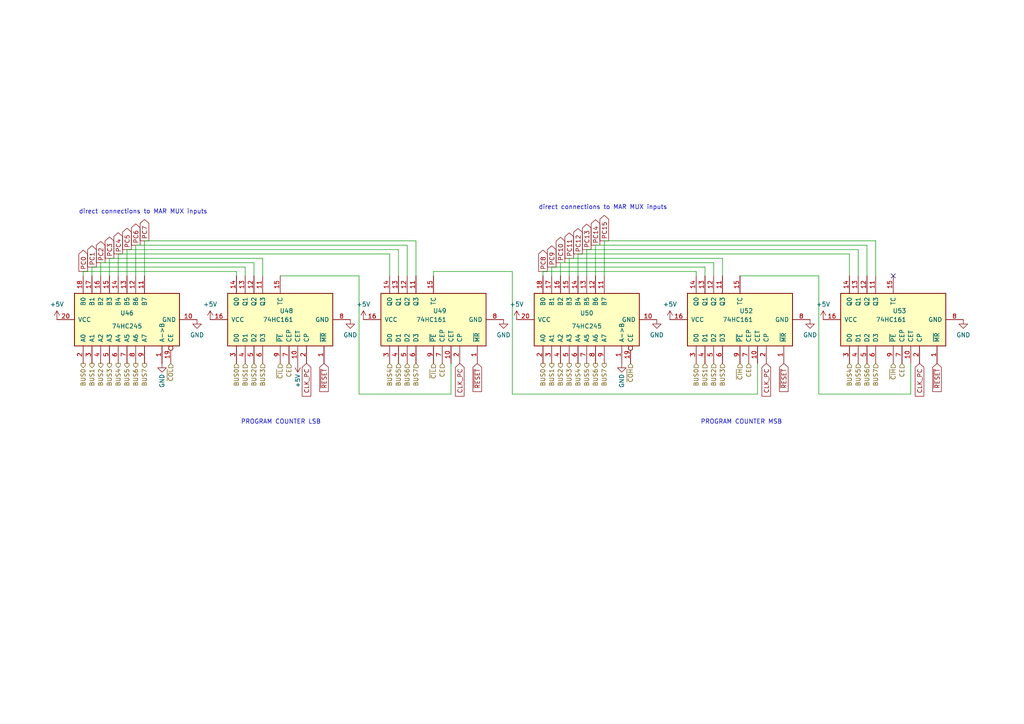
<source format=kicad_sch>
(kicad_sch
	(version 20231120)
	(generator "eeschema")
	(generator_version "8.0")
	(uuid "531210ac-d133-4fad-8436-d617d548259f")
	(paper "A4")
	(title_block
		(title "Program Counter")
		(date "2024-10-10")
		(rev "1.1")
		(comment 2 "creativecommons.org/licenses/by-nc-sa/4.0/")
		(comment 3 "This work is licensed under CC BY-NC-SA 4.0")
		(comment 4 "Author: Carsten Herting (slu4)")
	)
	(lib_symbols
		(symbol "8-Bit CPU 32k:74HC161"
			(pin_names
				(offset 1.016)
			)
			(exclude_from_sim no)
			(in_bom yes)
			(on_board yes)
			(property "Reference" "U"
				(at -7.62 16.51 0)
				(effects
					(font
						(size 1.27 1.27)
					)
				)
			)
			(property "Value" "74HC161"
				(at -7.62 -16.51 0)
				(effects
					(font
						(size 1.27 1.27)
					)
				)
			)
			(property "Footprint" ""
				(at 0 0 0)
				(effects
					(font
						(size 1.27 1.27)
					)
					(hide yes)
				)
			)
			(property "Datasheet" "http://www.ti.com/lit/gpn/sn74LS161"
				(at 0 0 0)
				(effects
					(font
						(size 1.27 1.27)
					)
					(hide yes)
				)
			)
			(property "Description" "Synchronous 4-bit programmable binary Counter"
				(at 0 0 0)
				(effects
					(font
						(size 1.27 1.27)
					)
					(hide yes)
				)
			)
			(property "ki_locked" ""
				(at 0 0 0)
				(effects
					(font
						(size 1.27 1.27)
					)
				)
			)
			(property "ki_keywords" "TTL CNT CNT4"
				(at 0 0 0)
				(effects
					(font
						(size 1.27 1.27)
					)
					(hide yes)
				)
			)
			(property "ki_fp_filters" "DIP?16*"
				(at 0 0 0)
				(effects
					(font
						(size 1.27 1.27)
					)
					(hide yes)
				)
			)
			(symbol "74HC161_1_0"
				(pin input line
					(at -12.7 -12.7 0)
					(length 5.08)
					(name "~{MR}"
						(effects
							(font
								(size 1.27 1.27)
							)
						)
					)
					(number "1"
						(effects
							(font
								(size 1.27 1.27)
							)
						)
					)
				)
				(pin input line
					(at -12.7 -5.08 0)
					(length 5.08)
					(name "CET"
						(effects
							(font
								(size 1.27 1.27)
							)
						)
					)
					(number "10"
						(effects
							(font
								(size 1.27 1.27)
							)
						)
					)
				)
				(pin output line
					(at 12.7 5.08 180)
					(length 5.08)
					(name "Q3"
						(effects
							(font
								(size 1.27 1.27)
							)
						)
					)
					(number "11"
						(effects
							(font
								(size 1.27 1.27)
							)
						)
					)
				)
				(pin output line
					(at 12.7 7.62 180)
					(length 5.08)
					(name "Q2"
						(effects
							(font
								(size 1.27 1.27)
							)
						)
					)
					(number "12"
						(effects
							(font
								(size 1.27 1.27)
							)
						)
					)
				)
				(pin output line
					(at 12.7 10.16 180)
					(length 5.08)
					(name "Q1"
						(effects
							(font
								(size 1.27 1.27)
							)
						)
					)
					(number "13"
						(effects
							(font
								(size 1.27 1.27)
							)
						)
					)
				)
				(pin output line
					(at 12.7 12.7 180)
					(length 5.08)
					(name "Q0"
						(effects
							(font
								(size 1.27 1.27)
							)
						)
					)
					(number "14"
						(effects
							(font
								(size 1.27 1.27)
							)
						)
					)
				)
				(pin output line
					(at 12.7 0 180)
					(length 5.08)
					(name "TC"
						(effects
							(font
								(size 1.27 1.27)
							)
						)
					)
					(number "15"
						(effects
							(font
								(size 1.27 1.27)
							)
						)
					)
				)
				(pin power_in line
					(at 0 20.32 270)
					(length 5.08)
					(name "VCC"
						(effects
							(font
								(size 1.27 1.27)
							)
						)
					)
					(number "16"
						(effects
							(font
								(size 1.27 1.27)
							)
						)
					)
				)
				(pin input line
					(at -12.7 -7.62 0)
					(length 5.08)
					(name "CP"
						(effects
							(font
								(size 1.27 1.27)
							)
						)
					)
					(number "2"
						(effects
							(font
								(size 1.27 1.27)
							)
						)
					)
				)
				(pin input line
					(at -12.7 12.7 0)
					(length 5.08)
					(name "D0"
						(effects
							(font
								(size 1.27 1.27)
							)
						)
					)
					(number "3"
						(effects
							(font
								(size 1.27 1.27)
							)
						)
					)
				)
				(pin input line
					(at -12.7 10.16 0)
					(length 5.08)
					(name "D1"
						(effects
							(font
								(size 1.27 1.27)
							)
						)
					)
					(number "4"
						(effects
							(font
								(size 1.27 1.27)
							)
						)
					)
				)
				(pin input line
					(at -12.7 7.62 0)
					(length 5.08)
					(name "D2"
						(effects
							(font
								(size 1.27 1.27)
							)
						)
					)
					(number "5"
						(effects
							(font
								(size 1.27 1.27)
							)
						)
					)
				)
				(pin input line
					(at -12.7 5.08 0)
					(length 5.08)
					(name "D3"
						(effects
							(font
								(size 1.27 1.27)
							)
						)
					)
					(number "6"
						(effects
							(font
								(size 1.27 1.27)
							)
						)
					)
				)
				(pin input line
					(at -12.7 -2.54 0)
					(length 5.08)
					(name "CEP"
						(effects
							(font
								(size 1.27 1.27)
							)
						)
					)
					(number "7"
						(effects
							(font
								(size 1.27 1.27)
							)
						)
					)
				)
				(pin power_in line
					(at 0 -20.32 90)
					(length 5.08)
					(name "GND"
						(effects
							(font
								(size 1.27 1.27)
							)
						)
					)
					(number "8"
						(effects
							(font
								(size 1.27 1.27)
							)
						)
					)
				)
				(pin input line
					(at -12.7 0 0)
					(length 5.08)
					(name "~{PE}"
						(effects
							(font
								(size 1.27 1.27)
							)
						)
					)
					(number "9"
						(effects
							(font
								(size 1.27 1.27)
							)
						)
					)
				)
			)
			(symbol "74HC161_1_1"
				(rectangle
					(start -7.62 15.24)
					(end 7.62 -15.24)
					(stroke
						(width 0.254)
						(type default)
					)
					(fill
						(type background)
					)
				)
			)
		)
		(symbol "8-Bit CPU 32k:74HC245"
			(pin_names
				(offset 1.016)
			)
			(exclude_from_sim no)
			(in_bom yes)
			(on_board yes)
			(property "Reference" "U"
				(at 0 -6.35 90)
				(effects
					(font
						(size 1.27 1.27)
					)
				)
			)
			(property "Value" "74HC245"
				(at 0 2.54 90)
				(effects
					(font
						(size 1.27 1.27)
					)
				)
			)
			(property "Footprint" ""
				(at 0 0 0)
				(effects
					(font
						(size 1.27 1.27)
					)
					(hide yes)
				)
			)
			(property "Datasheet" "http://www.ti.com/lit/gpn/sn74HC245"
				(at 0 -17.78 0)
				(effects
					(font
						(size 1.27 1.27)
					)
					(hide yes)
				)
			)
			(property "Description" "Octal BUS Transceivers, 3-State outputs"
				(at 0 0 0)
				(effects
					(font
						(size 1.27 1.27)
					)
					(hide yes)
				)
			)
			(property "ki_locked" ""
				(at 0 0 0)
				(effects
					(font
						(size 1.27 1.27)
					)
				)
			)
			(property "ki_keywords" "HCMOS BUS 3State"
				(at 0 0 0)
				(effects
					(font
						(size 1.27 1.27)
					)
					(hide yes)
				)
			)
			(property "ki_fp_filters" "DIP?20*"
				(at 0 0 0)
				(effects
					(font
						(size 1.27 1.27)
					)
					(hide yes)
				)
			)
			(symbol "74HC245_1_0"
				(pin input line
					(at -12.7 -10.16 0)
					(length 5.08)
					(name "A->B"
						(effects
							(font
								(size 1.27 1.27)
							)
						)
					)
					(number "1"
						(effects
							(font
								(size 1.27 1.27)
							)
						)
					)
				)
				(pin power_in line
					(at 0 -20.32 90)
					(length 5.08)
					(name "GND"
						(effects
							(font
								(size 1.27 1.27)
							)
						)
					)
					(number "10"
						(effects
							(font
								(size 1.27 1.27)
							)
						)
					)
				)
				(pin input line
					(at 12.7 -5.08 180)
					(length 5.08)
					(name "B7"
						(effects
							(font
								(size 1.27 1.27)
							)
						)
					)
					(number "11"
						(effects
							(font
								(size 1.27 1.27)
							)
						)
					)
				)
				(pin input line
					(at 12.7 -2.54 180)
					(length 5.08)
					(name "B6"
						(effects
							(font
								(size 1.27 1.27)
							)
						)
					)
					(number "12"
						(effects
							(font
								(size 1.27 1.27)
							)
						)
					)
				)
				(pin input line
					(at 12.7 0 180)
					(length 5.08)
					(name "B5"
						(effects
							(font
								(size 1.27 1.27)
							)
						)
					)
					(number "13"
						(effects
							(font
								(size 1.27 1.27)
							)
						)
					)
				)
				(pin input line
					(at 12.7 2.54 180)
					(length 5.08)
					(name "B4"
						(effects
							(font
								(size 1.27 1.27)
							)
						)
					)
					(number "14"
						(effects
							(font
								(size 1.27 1.27)
							)
						)
					)
				)
				(pin input line
					(at 12.7 5.08 180)
					(length 5.08)
					(name "B3"
						(effects
							(font
								(size 1.27 1.27)
							)
						)
					)
					(number "15"
						(effects
							(font
								(size 1.27 1.27)
							)
						)
					)
				)
				(pin input line
					(at 12.7 7.62 180)
					(length 5.08)
					(name "B2"
						(effects
							(font
								(size 1.27 1.27)
							)
						)
					)
					(number "16"
						(effects
							(font
								(size 1.27 1.27)
							)
						)
					)
				)
				(pin input line
					(at 12.7 10.16 180)
					(length 5.08)
					(name "B1"
						(effects
							(font
								(size 1.27 1.27)
							)
						)
					)
					(number "17"
						(effects
							(font
								(size 1.27 1.27)
							)
						)
					)
				)
				(pin input line
					(at 12.7 12.7 180)
					(length 5.08)
					(name "B0"
						(effects
							(font
								(size 1.27 1.27)
							)
						)
					)
					(number "18"
						(effects
							(font
								(size 1.27 1.27)
							)
						)
					)
				)
				(pin input inverted
					(at -12.7 -12.7 0)
					(length 5.08)
					(name "CE"
						(effects
							(font
								(size 1.27 1.27)
							)
						)
					)
					(number "19"
						(effects
							(font
								(size 1.27 1.27)
							)
						)
					)
				)
				(pin tri_state line
					(at -12.7 12.7 0)
					(length 5.08)
					(name "A0"
						(effects
							(font
								(size 1.27 1.27)
							)
						)
					)
					(number "2"
						(effects
							(font
								(size 1.27 1.27)
							)
						)
					)
				)
				(pin power_in line
					(at 0 20.32 270)
					(length 5.08)
					(name "VCC"
						(effects
							(font
								(size 1.27 1.27)
							)
						)
					)
					(number "20"
						(effects
							(font
								(size 1.27 1.27)
							)
						)
					)
				)
				(pin tri_state line
					(at -12.7 10.16 0)
					(length 5.08)
					(name "A1"
						(effects
							(font
								(size 1.27 1.27)
							)
						)
					)
					(number "3"
						(effects
							(font
								(size 1.27 1.27)
							)
						)
					)
				)
				(pin tri_state line
					(at -12.7 7.62 0)
					(length 5.08)
					(name "A2"
						(effects
							(font
								(size 1.27 1.27)
							)
						)
					)
					(number "4"
						(effects
							(font
								(size 1.27 1.27)
							)
						)
					)
				)
				(pin tri_state line
					(at -12.7 5.08 0)
					(length 5.08)
					(name "A3"
						(effects
							(font
								(size 1.27 1.27)
							)
						)
					)
					(number "5"
						(effects
							(font
								(size 1.27 1.27)
							)
						)
					)
				)
				(pin tri_state line
					(at -12.7 2.54 0)
					(length 5.08)
					(name "A4"
						(effects
							(font
								(size 1.27 1.27)
							)
						)
					)
					(number "6"
						(effects
							(font
								(size 1.27 1.27)
							)
						)
					)
				)
				(pin tri_state line
					(at -12.7 0 0)
					(length 5.08)
					(name "A5"
						(effects
							(font
								(size 1.27 1.27)
							)
						)
					)
					(number "7"
						(effects
							(font
								(size 1.27 1.27)
							)
						)
					)
				)
				(pin tri_state line
					(at -12.7 -2.54 0)
					(length 5.08)
					(name "A6"
						(effects
							(font
								(size 1.27 1.27)
							)
						)
					)
					(number "8"
						(effects
							(font
								(size 1.27 1.27)
							)
						)
					)
				)
				(pin tri_state line
					(at -12.7 -5.08 0)
					(length 5.08)
					(name "A7"
						(effects
							(font
								(size 1.27 1.27)
							)
						)
					)
					(number "9"
						(effects
							(font
								(size 1.27 1.27)
							)
						)
					)
				)
			)
			(symbol "74HC245_1_1"
				(rectangle
					(start -7.62 15.24)
					(end 7.62 -15.24)
					(stroke
						(width 0.254)
						(type default)
					)
					(fill
						(type background)
					)
				)
			)
		)
		(symbol "power:+5V"
			(power)
			(pin_names
				(offset 0)
			)
			(exclude_from_sim no)
			(in_bom yes)
			(on_board yes)
			(property "Reference" "#PWR"
				(at 0 -3.81 0)
				(effects
					(font
						(size 1.27 1.27)
					)
					(hide yes)
				)
			)
			(property "Value" "+5V"
				(at 0 3.556 0)
				(effects
					(font
						(size 1.27 1.27)
					)
				)
			)
			(property "Footprint" ""
				(at 0 0 0)
				(effects
					(font
						(size 1.27 1.27)
					)
					(hide yes)
				)
			)
			(property "Datasheet" ""
				(at 0 0 0)
				(effects
					(font
						(size 1.27 1.27)
					)
					(hide yes)
				)
			)
			(property "Description" "Power symbol creates a global label with name \"+5V\""
				(at 0 0 0)
				(effects
					(font
						(size 1.27 1.27)
					)
					(hide yes)
				)
			)
			(property "ki_keywords" "power-flag"
				(at 0 0 0)
				(effects
					(font
						(size 1.27 1.27)
					)
					(hide yes)
				)
			)
			(symbol "+5V_0_1"
				(polyline
					(pts
						(xy -0.762 1.27) (xy 0 2.54)
					)
					(stroke
						(width 0)
						(type default)
					)
					(fill
						(type none)
					)
				)
				(polyline
					(pts
						(xy 0 0) (xy 0 2.54)
					)
					(stroke
						(width 0)
						(type default)
					)
					(fill
						(type none)
					)
				)
				(polyline
					(pts
						(xy 0 2.54) (xy 0.762 1.27)
					)
					(stroke
						(width 0)
						(type default)
					)
					(fill
						(type none)
					)
				)
			)
			(symbol "+5V_1_1"
				(pin power_in line
					(at 0 0 90)
					(length 0) hide
					(name "+5V"
						(effects
							(font
								(size 1.27 1.27)
							)
						)
					)
					(number "1"
						(effects
							(font
								(size 1.27 1.27)
							)
						)
					)
				)
			)
		)
		(symbol "power:GND"
			(power)
			(pin_names
				(offset 0)
			)
			(exclude_from_sim no)
			(in_bom yes)
			(on_board yes)
			(property "Reference" "#PWR"
				(at 0 -6.35 0)
				(effects
					(font
						(size 1.27 1.27)
					)
					(hide yes)
				)
			)
			(property "Value" "GND"
				(at 0 -3.81 0)
				(effects
					(font
						(size 1.27 1.27)
					)
				)
			)
			(property "Footprint" ""
				(at 0 0 0)
				(effects
					(font
						(size 1.27 1.27)
					)
					(hide yes)
				)
			)
			(property "Datasheet" ""
				(at 0 0 0)
				(effects
					(font
						(size 1.27 1.27)
					)
					(hide yes)
				)
			)
			(property "Description" "Power symbol creates a global label with name \"GND\" , ground"
				(at 0 0 0)
				(effects
					(font
						(size 1.27 1.27)
					)
					(hide yes)
				)
			)
			(property "ki_keywords" "power-flag"
				(at 0 0 0)
				(effects
					(font
						(size 1.27 1.27)
					)
					(hide yes)
				)
			)
			(symbol "GND_0_1"
				(polyline
					(pts
						(xy 0 0) (xy 0 -1.27) (xy 1.27 -1.27) (xy 0 -2.54) (xy -1.27 -1.27) (xy 0 -1.27)
					)
					(stroke
						(width 0)
						(type default)
					)
					(fill
						(type none)
					)
				)
			)
			(symbol "GND_1_1"
				(pin power_in line
					(at 0 0 270)
					(length 0) hide
					(name "GND"
						(effects
							(font
								(size 1.27 1.27)
							)
						)
					)
					(number "1"
						(effects
							(font
								(size 1.27 1.27)
							)
						)
					)
				)
			)
		)
	)
	(no_connect
		(at 259.08 80.01)
		(uuid "28dbcf32-a839-44ce-aba2-169e5baf7f93")
	)
	(wire
		(pts
			(xy 39.37 80.01) (xy 39.37 71.12)
		)
		(stroke
			(width 0)
			(type default)
		)
		(uuid "0780e0b9-154b-4cff-a239-3a5c8437af58")
	)
	(wire
		(pts
			(xy 209.55 80.01) (xy 209.55 74.93)
		)
		(stroke
			(width 0)
			(type default)
		)
		(uuid "07a1204d-8218-4d86-9f31-083b5bdf4069")
	)
	(wire
		(pts
			(xy 125.73 80.01) (xy 125.73 78.74)
		)
		(stroke
			(width 0)
			(type default)
		)
		(uuid "08114ff2-73aa-4795-89ca-6d7316a7e974")
	)
	(wire
		(pts
			(xy 76.2 80.01) (xy 76.2 74.93)
		)
		(stroke
			(width 0)
			(type default)
		)
		(uuid "0b59de52-fab0-4596-a076-5a7460d2293a")
	)
	(wire
		(pts
			(xy 204.47 77.47) (xy 160.02 77.47)
		)
		(stroke
			(width 0)
			(type default)
		)
		(uuid "1354c3e1-417c-4b0f-bb8b-be50919a15c2")
	)
	(wire
		(pts
			(xy 104.14 114.3) (xy 130.81 114.3)
		)
		(stroke
			(width 0)
			(type default)
		)
		(uuid "1ce315f8-993b-49da-806e-9a7c1eafeef3")
	)
	(wire
		(pts
			(xy 26.67 77.47) (xy 26.67 80.01)
		)
		(stroke
			(width 0)
			(type default)
		)
		(uuid "21ca5b86-a3c3-4f51-a298-e85d6bc95677")
	)
	(wire
		(pts
			(xy 160.02 77.47) (xy 160.02 80.01)
		)
		(stroke
			(width 0)
			(type default)
		)
		(uuid "225a2f60-2c5f-4547-8134-787d9a182894")
	)
	(wire
		(pts
			(xy 162.56 80.01) (xy 162.56 76.2)
		)
		(stroke
			(width 0)
			(type default)
		)
		(uuid "23dd24fd-1f3e-4ea4-ad6f-6814220e2184")
	)
	(wire
		(pts
			(xy 71.12 77.47) (xy 26.67 77.47)
		)
		(stroke
			(width 0)
			(type default)
		)
		(uuid "2538fda4-a5fb-4bc6-8c60-d9aae4396f88")
	)
	(wire
		(pts
			(xy 162.56 76.2) (xy 207.01 76.2)
		)
		(stroke
			(width 0)
			(type default)
		)
		(uuid "28902c68-a98e-4c5e-8c36-eb4e82526079")
	)
	(wire
		(pts
			(xy 113.03 73.66) (xy 113.03 80.01)
		)
		(stroke
			(width 0)
			(type default)
		)
		(uuid "28e7b761-c87d-4dd9-a5f8-22b757d933b4")
	)
	(wire
		(pts
			(xy 204.47 80.01) (xy 204.47 77.47)
		)
		(stroke
			(width 0)
			(type default)
		)
		(uuid "2a00dc92-3718-4cf6-a969-01fcddf630fc")
	)
	(wire
		(pts
			(xy 29.21 76.2) (xy 73.66 76.2)
		)
		(stroke
			(width 0)
			(type default)
		)
		(uuid "335b7bba-7287-4a50-8426-f874cbfd0c9c")
	)
	(wire
		(pts
			(xy 36.83 80.01) (xy 36.83 72.39)
		)
		(stroke
			(width 0)
			(type default)
		)
		(uuid "37d0a728-1e56-4807-ab64-106f28968345")
	)
	(wire
		(pts
			(xy 175.26 69.85) (xy 254 69.85)
		)
		(stroke
			(width 0)
			(type default)
		)
		(uuid "419d59d4-e4b6-4904-a355-f946ba3e14e9")
	)
	(wire
		(pts
			(xy 73.66 76.2) (xy 73.66 80.01)
		)
		(stroke
			(width 0)
			(type default)
		)
		(uuid "42287f21-5eb3-4384-a4cc-1115efec7906")
	)
	(wire
		(pts
			(xy 29.21 80.01) (xy 29.21 76.2)
		)
		(stroke
			(width 0)
			(type default)
		)
		(uuid "562f052c-58c8-40e0-abe2-570771c0fc01")
	)
	(wire
		(pts
			(xy 209.55 74.93) (xy 165.1 74.93)
		)
		(stroke
			(width 0)
			(type default)
		)
		(uuid "58229f0d-b199-4895-9e5b-4f6e6ad601ab")
	)
	(wire
		(pts
			(xy 237.49 80.01) (xy 214.63 80.01)
		)
		(stroke
			(width 0)
			(type default)
		)
		(uuid "5e8195e4-00b8-4f27-ab9e-0f2affd0b934")
	)
	(wire
		(pts
			(xy 237.49 80.01) (xy 237.49 114.3)
		)
		(stroke
			(width 0)
			(type default)
		)
		(uuid "699a4520-bb3b-474b-93d8-dc2c6bf39cbe")
	)
	(wire
		(pts
			(xy 120.65 69.85) (xy 120.65 80.01)
		)
		(stroke
			(width 0)
			(type default)
		)
		(uuid "69b7b1ac-2c27-4225-ba0d-b6dba6209abb")
	)
	(wire
		(pts
			(xy 34.29 80.01) (xy 34.29 73.66)
		)
		(stroke
			(width 0)
			(type default)
		)
		(uuid "6b588333-cd8a-46b7-8233-eaf0ee70cdef")
	)
	(wire
		(pts
			(xy 24.13 78.74) (xy 68.58 78.74)
		)
		(stroke
			(width 0)
			(type default)
		)
		(uuid "6c4c4e39-1ab6-4eef-ad90-349f0cb5bb52")
	)
	(wire
		(pts
			(xy 172.72 71.12) (xy 251.46 71.12)
		)
		(stroke
			(width 0)
			(type default)
		)
		(uuid "6f3a15a9-bde7-432a-a3d8-8c125fdf20ad")
	)
	(wire
		(pts
			(xy 167.64 73.66) (xy 246.38 73.66)
		)
		(stroke
			(width 0)
			(type default)
		)
		(uuid "71651922-c52e-463a-bd47-e8981f602a8d")
	)
	(wire
		(pts
			(xy 157.48 80.01) (xy 157.48 78.74)
		)
		(stroke
			(width 0)
			(type default)
		)
		(uuid "7b2219c2-645e-4468-a485-5cb82838b146")
	)
	(wire
		(pts
			(xy 24.13 80.01) (xy 24.13 78.74)
		)
		(stroke
			(width 0)
			(type default)
		)
		(uuid "7eafb61f-2a1b-4b1a-90ff-d35367dfda9d")
	)
	(wire
		(pts
			(xy 71.12 80.01) (xy 71.12 77.47)
		)
		(stroke
			(width 0)
			(type default)
		)
		(uuid "7edfecc8-a8e9-4a3c-b32b-1305b4e16d1d")
	)
	(wire
		(pts
			(xy 76.2 74.93) (xy 31.75 74.93)
		)
		(stroke
			(width 0)
			(type default)
		)
		(uuid "7fddf2f3-2551-49eb-b12f-ab310511c694")
	)
	(wire
		(pts
			(xy 104.14 80.01) (xy 104.14 114.3)
		)
		(stroke
			(width 0)
			(type default)
		)
		(uuid "8508fa75-94c2-4d8c-8459-f5b9402d0991")
	)
	(wire
		(pts
			(xy 170.18 72.39) (xy 248.92 72.39)
		)
		(stroke
			(width 0)
			(type default)
		)
		(uuid "8c635129-960c-4d31-bd9e-7fef1a7870da")
	)
	(wire
		(pts
			(xy 170.18 80.01) (xy 170.18 72.39)
		)
		(stroke
			(width 0)
			(type default)
		)
		(uuid "8d7edff2-591a-42f5-be16-4ed3f48244ee")
	)
	(wire
		(pts
			(xy 118.11 71.12) (xy 118.11 80.01)
		)
		(stroke
			(width 0)
			(type default)
		)
		(uuid "91d08a47-023f-4436-adfc-9854b9a7a92e")
	)
	(wire
		(pts
			(xy 201.93 78.74) (xy 201.93 80.01)
		)
		(stroke
			(width 0)
			(type default)
		)
		(uuid "92c6c828-f90d-47e4-ab34-28f986909702")
	)
	(wire
		(pts
			(xy 219.71 114.3) (xy 219.71 105.41)
		)
		(stroke
			(width 0)
			(type default)
		)
		(uuid "99883f85-1a6e-4326-a42e-d1733f93b51a")
	)
	(wire
		(pts
			(xy 251.46 71.12) (xy 251.46 80.01)
		)
		(stroke
			(width 0)
			(type default)
		)
		(uuid "9a23d611-dc30-437e-8fa5-d36cd0454df7")
	)
	(wire
		(pts
			(xy 165.1 74.93) (xy 165.1 80.01)
		)
		(stroke
			(width 0)
			(type default)
		)
		(uuid "a0552114-fd15-4f25-8ed9-da1bdf503d43")
	)
	(wire
		(pts
			(xy 34.29 73.66) (xy 113.03 73.66)
		)
		(stroke
			(width 0)
			(type default)
		)
		(uuid "a20168da-bb94-4193-a6f1-6c1c7805adea")
	)
	(wire
		(pts
			(xy 157.48 78.74) (xy 201.93 78.74)
		)
		(stroke
			(width 0)
			(type default)
		)
		(uuid "a8d7945f-8f21-48d9-9fee-c4a38f8e6854")
	)
	(wire
		(pts
			(xy 237.49 114.3) (xy 264.16 114.3)
		)
		(stroke
			(width 0)
			(type default)
		)
		(uuid "a90249dd-2c10-4efd-90bf-17f8e590bf84")
	)
	(wire
		(pts
			(xy 254 69.85) (xy 254 80.01)
		)
		(stroke
			(width 0)
			(type default)
		)
		(uuid "aa1851c2-577a-492a-84f5-7ab25bbf83a6")
	)
	(wire
		(pts
			(xy 68.58 78.74) (xy 68.58 80.01)
		)
		(stroke
			(width 0)
			(type default)
		)
		(uuid "b0c86d67-1923-415a-ab8e-4f702d4fc574")
	)
	(wire
		(pts
			(xy 125.73 78.74) (xy 148.59 78.74)
		)
		(stroke
			(width 0)
			(type default)
		)
		(uuid "bb7ebb69-9aa7-42f9-9fb8-fedc6eb19da8")
	)
	(wire
		(pts
			(xy 104.14 80.01) (xy 81.28 80.01)
		)
		(stroke
			(width 0)
			(type default)
		)
		(uuid "c45499ad-95d6-42c3-81c2-14f551212e52")
	)
	(wire
		(pts
			(xy 175.26 80.01) (xy 175.26 69.85)
		)
		(stroke
			(width 0)
			(type default)
		)
		(uuid "c517e09d-1a7a-43b0-9fc9-90109a0f7d5e")
	)
	(wire
		(pts
			(xy 264.16 114.3) (xy 264.16 105.41)
		)
		(stroke
			(width 0)
			(type default)
		)
		(uuid "cf9eac07-084b-4773-b27e-0e8f1e2ce81e")
	)
	(wire
		(pts
			(xy 246.38 73.66) (xy 246.38 80.01)
		)
		(stroke
			(width 0)
			(type default)
		)
		(uuid "d471f4da-2b2e-4fcf-a356-cc726508312a")
	)
	(wire
		(pts
			(xy 39.37 71.12) (xy 118.11 71.12)
		)
		(stroke
			(width 0)
			(type default)
		)
		(uuid "d723e06d-3916-4d14-8547-cfcd6b605a74")
	)
	(wire
		(pts
			(xy 207.01 76.2) (xy 207.01 80.01)
		)
		(stroke
			(width 0)
			(type default)
		)
		(uuid "d8eaa864-8dd8-4c3d-91df-85a966bf3d6c")
	)
	(wire
		(pts
			(xy 36.83 72.39) (xy 115.57 72.39)
		)
		(stroke
			(width 0)
			(type default)
		)
		(uuid "da36f435-0436-4147-bcbe-1c7918158ce0")
	)
	(wire
		(pts
			(xy 148.59 114.3) (xy 148.59 78.74)
		)
		(stroke
			(width 0)
			(type default)
		)
		(uuid "ddc863d0-6f6c-44bc-9783-5c8c70c48105")
	)
	(wire
		(pts
			(xy 148.59 114.3) (xy 219.71 114.3)
		)
		(stroke
			(width 0)
			(type default)
		)
		(uuid "e064e3e6-d57c-4290-b789-c46710165e69")
	)
	(wire
		(pts
			(xy 248.92 72.39) (xy 248.92 80.01)
		)
		(stroke
			(width 0)
			(type default)
		)
		(uuid "e61b0509-9567-461a-9dca-6c07c9628062")
	)
	(wire
		(pts
			(xy 115.57 72.39) (xy 115.57 80.01)
		)
		(stroke
			(width 0)
			(type default)
		)
		(uuid "eb9aebee-80c1-475b-96e0-a8fcda7ef16c")
	)
	(wire
		(pts
			(xy 172.72 80.01) (xy 172.72 71.12)
		)
		(stroke
			(width 0)
			(type default)
		)
		(uuid "ec6b3b17-509a-45f4-804f-02a5a7d4371c")
	)
	(wire
		(pts
			(xy 31.75 74.93) (xy 31.75 80.01)
		)
		(stroke
			(width 0)
			(type default)
		)
		(uuid "eee479c7-3f82-4ad9-bc8f-98b259b0146e")
	)
	(wire
		(pts
			(xy 167.64 80.01) (xy 167.64 73.66)
		)
		(stroke
			(width 0)
			(type default)
		)
		(uuid "efbfc4ac-c34e-49ea-98b9-440ad171f7d5")
	)
	(wire
		(pts
			(xy 41.91 69.85) (xy 120.65 69.85)
		)
		(stroke
			(width 0)
			(type default)
		)
		(uuid "f37e1b0f-d4f1-46f1-97f5-6b4bc16c7bb8")
	)
	(wire
		(pts
			(xy 41.91 80.01) (xy 41.91 69.85)
		)
		(stroke
			(width 0)
			(type default)
		)
		(uuid "fa6493c9-0f22-44bc-a543-bd0e63f7dc63")
	)
	(wire
		(pts
			(xy 130.81 114.3) (xy 130.81 105.41)
		)
		(stroke
			(width 0)
			(type default)
		)
		(uuid "fc2a41a1-96ca-4bbe-a876-46ff3750c922")
	)
	(text "PROGRAM COUNTER MSB"
		(exclude_from_sim no)
		(at 203.2 123.19 0)
		(effects
			(font
				(size 1.27 1.27)
			)
			(justify left bottom)
		)
		(uuid "4abf2062-f79e-4392-b528-351d94b0d463")
	)
	(text "PROGRAM COUNTER LSB"
		(exclude_from_sim no)
		(at 69.85 123.19 0)
		(effects
			(font
				(size 1.27 1.27)
			)
			(justify left bottom)
		)
		(uuid "66d5bf2f-0634-4d7d-9c1f-9a062c867060")
	)
	(text "direct connections to MAR MUX inputs"
		(exclude_from_sim no)
		(at 22.86 62.23 0)
		(effects
			(font
				(size 1.27 1.27)
			)
			(justify left bottom)
		)
		(uuid "a5ffd0b9-051e-4d60-823f-b199456c7a21")
	)
	(text "direct connections to MAR MUX inputs"
		(exclude_from_sim no)
		(at 156.21 60.96 0)
		(effects
			(font
				(size 1.27 1.27)
			)
			(justify left bottom)
		)
		(uuid "cbae337a-7502-44f3-a615-f6cf57dbc488")
	)
	(global_label "~{RESET}"
		(shape input)
		(at 93.98 105.41 270)
		(fields_autoplaced yes)
		(effects
			(font
				(size 1.27 1.27)
			)
			(justify right)
		)
		(uuid "0f02b419-b1af-43d0-81b5-372beaf4338a")
		(property "Intersheetrefs" "${INTERSHEET_REFS}"
			(at 300.99 153.67 0)
			(effects
				(font
					(size 1.27 1.27)
				)
				(justify left)
				(hide yes)
			)
		)
	)
	(global_label "~{RESET}"
		(shape input)
		(at 227.33 105.41 270)
		(fields_autoplaced yes)
		(effects
			(font
				(size 1.27 1.27)
			)
			(justify right)
		)
		(uuid "2c3de4c6-865a-4b79-80b6-9d38e2a1aaf1")
		(property "Intersheetrefs" "${INTERSHEET_REFS}"
			(at 434.34 153.67 0)
			(effects
				(font
					(size 1.27 1.27)
				)
				(justify left)
				(hide yes)
			)
		)
	)
	(global_label "PC5"
		(shape output)
		(at 36.83 72.39 90)
		(fields_autoplaced yes)
		(effects
			(font
				(size 1.27 1.27)
			)
			(justify left)
		)
		(uuid "3d05446d-d5a3-4b6a-b5a3-bbc3e524f02a")
		(property "Intersheetrefs" "${INTERSHEET_REFS}"
			(at 36.7506 66.3163 90)
			(effects
				(font
					(size 1.27 1.27)
				)
				(justify left)
				(hide yes)
			)
		)
	)
	(global_label "CLK_PC"
		(shape input)
		(at 88.9 105.41 270)
		(fields_autoplaced yes)
		(effects
			(font
				(size 1.27 1.27)
			)
			(justify right)
		)
		(uuid "3d36880f-c58e-48b8-9953-cb111bea2c66")
		(property "Intersheetrefs" "${INTERSHEET_REFS}"
			(at 88.8206 114.8099 90)
			(effects
				(font
					(size 1.27 1.27)
				)
				(justify right)
				(hide yes)
			)
		)
	)
	(global_label "PC1"
		(shape output)
		(at 26.67 77.47 90)
		(fields_autoplaced yes)
		(effects
			(font
				(size 1.27 1.27)
			)
			(justify left)
		)
		(uuid "3dc2311e-018f-4937-96ac-9e59d557259c")
		(property "Intersheetrefs" "${INTERSHEET_REFS}"
			(at 26.5906 71.3963 90)
			(effects
				(font
					(size 1.27 1.27)
				)
				(justify left)
				(hide yes)
			)
		)
	)
	(global_label "PC3"
		(shape output)
		(at 31.75 74.93 90)
		(fields_autoplaced yes)
		(effects
			(font
				(size 1.27 1.27)
			)
			(justify left)
		)
		(uuid "57f5297a-46b0-4a06-9a42-7b25e9781186")
		(property "Intersheetrefs" "${INTERSHEET_REFS}"
			(at 31.6706 68.8563 90)
			(effects
				(font
					(size 1.27 1.27)
				)
				(justify left)
				(hide yes)
			)
		)
	)
	(global_label "PC6"
		(shape output)
		(at 39.37 71.12 90)
		(fields_autoplaced yes)
		(effects
			(font
				(size 1.27 1.27)
			)
			(justify left)
		)
		(uuid "690ec622-f2da-4413-8288-a7a27c2daae0")
		(property "Intersheetrefs" "${INTERSHEET_REFS}"
			(at 39.2906 65.0463 90)
			(effects
				(font
					(size 1.27 1.27)
				)
				(justify left)
				(hide yes)
			)
		)
	)
	(global_label "PC12"
		(shape output)
		(at 167.64 73.66 90)
		(fields_autoplaced yes)
		(effects
			(font
				(size 1.27 1.27)
			)
			(justify left)
		)
		(uuid "6c0bd70e-10db-4e45-a96e-bb2e94dc9562")
		(property "Intersheetrefs" "${INTERSHEET_REFS}"
			(at 167.5606 66.3768 90)
			(effects
				(font
					(size 1.27 1.27)
				)
				(justify left)
				(hide yes)
			)
		)
	)
	(global_label "~{RESET}"
		(shape input)
		(at 138.43 105.41 270)
		(fields_autoplaced yes)
		(effects
			(font
				(size 1.27 1.27)
			)
			(justify right)
		)
		(uuid "898a76e1-bcef-46c4-b34b-f8d041b004c3")
		(property "Intersheetrefs" "${INTERSHEET_REFS}"
			(at 287.02 153.67 0)
			(effects
				(font
					(size 1.27 1.27)
				)
				(justify left)
				(hide yes)
			)
		)
	)
	(global_label "PC15"
		(shape output)
		(at 175.26 69.85 90)
		(fields_autoplaced yes)
		(effects
			(font
				(size 1.27 1.27)
			)
			(justify left)
		)
		(uuid "8aad4a16-2993-418b-afd7-d5da61f14ceb")
		(property "Intersheetrefs" "${INTERSHEET_REFS}"
			(at 175.1806 62.5668 90)
			(effects
				(font
					(size 1.27 1.27)
				)
				(justify left)
				(hide yes)
			)
		)
	)
	(global_label "PC4"
		(shape output)
		(at 34.29 73.66 90)
		(fields_autoplaced yes)
		(effects
			(font
				(size 1.27 1.27)
			)
			(justify left)
		)
		(uuid "90d115a7-15ae-4598-b3da-9c78e21c40b8")
		(property "Intersheetrefs" "${INTERSHEET_REFS}"
			(at 34.2106 67.5863 90)
			(effects
				(font
					(size 1.27 1.27)
				)
				(justify left)
				(hide yes)
			)
		)
	)
	(global_label "PC10"
		(shape output)
		(at 162.56 76.2 90)
		(fields_autoplaced yes)
		(effects
			(font
				(size 1.27 1.27)
			)
			(justify left)
		)
		(uuid "9ab59bcd-9622-4546-a5f3-7a8282e415a5")
		(property "Intersheetrefs" "${INTERSHEET_REFS}"
			(at 162.4806 68.9168 90)
			(effects
				(font
					(size 1.27 1.27)
				)
				(justify left)
				(hide yes)
			)
		)
	)
	(global_label "~{RESET}"
		(shape input)
		(at 271.78 105.41 270)
		(fields_autoplaced yes)
		(effects
			(font
				(size 1.27 1.27)
			)
			(justify right)
		)
		(uuid "9bb8b3c4-eac9-4bec-a1b9-78b28137c239")
		(property "Intersheetrefs" "${INTERSHEET_REFS}"
			(at 420.37 153.67 0)
			(effects
				(font
					(size 1.27 1.27)
				)
				(justify left)
				(hide yes)
			)
		)
	)
	(global_label "PC13"
		(shape output)
		(at 170.18 72.39 90)
		(fields_autoplaced yes)
		(effects
			(font
				(size 1.27 1.27)
			)
			(justify left)
		)
		(uuid "a5d8a1dc-2e74-4b61-a491-484d8de2b0d0")
		(property "Intersheetrefs" "${INTERSHEET_REFS}"
			(at 170.1006 65.1068 90)
			(effects
				(font
					(size 1.27 1.27)
				)
				(justify left)
				(hide yes)
			)
		)
	)
	(global_label "PC9"
		(shape output)
		(at 160.02 77.47 90)
		(fields_autoplaced yes)
		(effects
			(font
				(size 1.27 1.27)
			)
			(justify left)
		)
		(uuid "bca12e5a-f419-42d7-bad2-42ac63150383")
		(property "Intersheetrefs" "${INTERSHEET_REFS}"
			(at 159.9406 71.3963 90)
			(effects
				(font
					(size 1.27 1.27)
				)
				(justify left)
				(hide yes)
			)
		)
	)
	(global_label "PC11"
		(shape output)
		(at 165.1 74.93 90)
		(fields_autoplaced yes)
		(effects
			(font
				(size 1.27 1.27)
			)
			(justify left)
		)
		(uuid "bcca835f-6bde-4993-ad39-d6c6cddf1108")
		(property "Intersheetrefs" "${INTERSHEET_REFS}"
			(at 165.0206 67.6468 90)
			(effects
				(font
					(size 1.27 1.27)
				)
				(justify left)
				(hide yes)
			)
		)
	)
	(global_label "PC8"
		(shape output)
		(at 157.48 78.74 90)
		(fields_autoplaced yes)
		(effects
			(font
				(size 1.27 1.27)
			)
			(justify left)
		)
		(uuid "c5758c14-81ea-4097-bc40-00abca8880ca")
		(property "Intersheetrefs" "${INTERSHEET_REFS}"
			(at 157.4006 72.6663 90)
			(effects
				(font
					(size 1.27 1.27)
				)
				(justify left)
				(hide yes)
			)
		)
	)
	(global_label "CLK_PC"
		(shape input)
		(at 222.25 105.41 270)
		(fields_autoplaced yes)
		(effects
			(font
				(size 1.27 1.27)
			)
			(justify right)
		)
		(uuid "d0c6a1eb-09af-463d-a13d-57093514d2a8")
		(property "Intersheetrefs" "${INTERSHEET_REFS}"
			(at 222.1706 114.8099 90)
			(effects
				(font
					(size 1.27 1.27)
				)
				(justify right)
				(hide yes)
			)
		)
	)
	(global_label "PC14"
		(shape output)
		(at 172.72 71.12 90)
		(fields_autoplaced yes)
		(effects
			(font
				(size 1.27 1.27)
			)
			(justify left)
		)
		(uuid "d1b98760-b129-4667-975f-116a7c7a00f2")
		(property "Intersheetrefs" "${INTERSHEET_REFS}"
			(at 172.6406 63.8368 90)
			(effects
				(font
					(size 1.27 1.27)
				)
				(justify left)
				(hide yes)
			)
		)
	)
	(global_label "PC7"
		(shape output)
		(at 41.91 69.85 90)
		(fields_autoplaced yes)
		(effects
			(font
				(size 1.27 1.27)
			)
			(justify left)
		)
		(uuid "d6c9c13e-ca63-4218-b54a-15d1687289dd")
		(property "Intersheetrefs" "${INTERSHEET_REFS}"
			(at 41.8306 63.7763 90)
			(effects
				(font
					(size 1.27 1.27)
				)
				(justify left)
				(hide yes)
			)
		)
	)
	(global_label "PC0"
		(shape output)
		(at 24.13 78.74 90)
		(fields_autoplaced yes)
		(effects
			(font
				(size 1.27 1.27)
			)
			(justify left)
		)
		(uuid "dc479a64-39f9-495a-8afe-c1d996edc242")
		(property "Intersheetrefs" "${INTERSHEET_REFS}"
			(at 24.0506 72.6663 90)
			(effects
				(font
					(size 1.27 1.27)
				)
				(justify left)
				(hide yes)
			)
		)
	)
	(global_label "CLK_PC"
		(shape input)
		(at 266.7 105.41 270)
		(fields_autoplaced yes)
		(effects
			(font
				(size 1.27 1.27)
			)
			(justify right)
		)
		(uuid "e43f2228-bfab-4da4-bb2e-de3b43f37046")
		(property "Intersheetrefs" "${INTERSHEET_REFS}"
			(at 266.6206 114.8099 90)
			(effects
				(font
					(size 1.27 1.27)
				)
				(justify right)
				(hide yes)
			)
		)
	)
	(global_label "CLK_PC"
		(shape input)
		(at 133.35 105.41 270)
		(fields_autoplaced yes)
		(effects
			(font
				(size 1.27 1.27)
			)
			(justify right)
		)
		(uuid "f4dc6ec2-7e55-4670-90aa-c5044c5e2778")
		(property "Intersheetrefs" "${INTERSHEET_REFS}"
			(at 133.2706 114.8099 90)
			(effects
				(font
					(size 1.27 1.27)
				)
				(justify right)
				(hide yes)
			)
		)
	)
	(global_label "PC2"
		(shape output)
		(at 29.21 76.2 90)
		(fields_autoplaced yes)
		(effects
			(font
				(size 1.27 1.27)
			)
			(justify left)
		)
		(uuid "f8d8451b-ac8b-4602-b865-249513be9418")
		(property "Intersheetrefs" "${INTERSHEET_REFS}"
			(at 29.1306 70.1263 90)
			(effects
				(font
					(size 1.27 1.27)
				)
				(justify left)
				(hide yes)
			)
		)
	)
	(hierarchical_label "BUS7"
		(shape output)
		(at 175.26 105.41 270)
		(fields_autoplaced yes)
		(effects
			(font
				(size 1.27 1.27)
			)
			(justify right)
		)
		(uuid "0df23cf1-501a-491a-8f9c-ece74d652e49")
	)
	(hierarchical_label "BUS3"
		(shape input)
		(at 209.55 105.41 270)
		(fields_autoplaced yes)
		(effects
			(font
				(size 1.27 1.27)
			)
			(justify right)
		)
		(uuid "13337f8a-6fc6-4c14-92ed-192140da8aa0")
	)
	(hierarchical_label "BUS5"
		(shape output)
		(at 36.83 105.41 270)
		(fields_autoplaced yes)
		(effects
			(font
				(size 1.27 1.27)
			)
			(justify right)
		)
		(uuid "16776016-42c8-48dc-8e3a-7ba71fbdf2c6")
	)
	(hierarchical_label "BUS1"
		(shape output)
		(at 160.02 105.41 270)
		(fields_autoplaced yes)
		(effects
			(font
				(size 1.27 1.27)
			)
			(justify right)
		)
		(uuid "1b2f3218-97ab-4644-80c3-1054e5dcd116")
	)
	(hierarchical_label "BUS0"
		(shape output)
		(at 24.13 105.41 270)
		(fields_autoplaced yes)
		(effects
			(font
				(size 1.27 1.27)
			)
			(justify right)
		)
		(uuid "1bc484d0-9ae6-40ef-9aad-013b21eb4fc5")
	)
	(hierarchical_label "BUS2"
		(shape output)
		(at 29.21 105.41 270)
		(fields_autoplaced yes)
		(effects
			(font
				(size 1.27 1.27)
			)
			(justify right)
		)
		(uuid "1bcbdada-2fc4-4cd3-b97a-21c868c74e77")
	)
	(hierarchical_label "BUS0"
		(shape input)
		(at 68.58 105.41 270)
		(fields_autoplaced yes)
		(effects
			(font
				(size 1.27 1.27)
			)
			(justify right)
		)
		(uuid "1e7f6cf1-c4fe-4de2-b919-161cd7de3aed")
	)
	(hierarchical_label "~{CIH}"
		(shape input)
		(at 259.08 105.41 270)
		(fields_autoplaced yes)
		(effects
			(font
				(size 1.27 1.27)
			)
			(justify right)
		)
		(uuid "2142d693-cc10-4171-b3c4-1646f270f8a4")
	)
	(hierarchical_label "BUS7"
		(shape input)
		(at 120.65 105.41 270)
		(fields_autoplaced yes)
		(effects
			(font
				(size 1.27 1.27)
			)
			(justify right)
		)
		(uuid "2ce139c3-3716-47b1-aff5-76569afa78c1")
	)
	(hierarchical_label "CE"
		(shape input)
		(at 128.27 105.41 270)
		(fields_autoplaced yes)
		(effects
			(font
				(size 1.27 1.27)
			)
			(justify right)
		)
		(uuid "354fc221-19df-448f-8bd5-8449ab04b3f4")
	)
	(hierarchical_label "BUS3"
		(shape output)
		(at 31.75 105.41 270)
		(fields_autoplaced yes)
		(effects
			(font
				(size 1.27 1.27)
			)
			(justify right)
		)
		(uuid "41baaaff-7e98-4432-b1bd-9dd545b4ca0a")
	)
	(hierarchical_label "BUS0"
		(shape output)
		(at 157.48 105.41 270)
		(fields_autoplaced yes)
		(effects
			(font
				(size 1.27 1.27)
			)
			(justify right)
		)
		(uuid "42526aa6-3bc7-44c0-9682-e0ad2cc66e77")
	)
	(hierarchical_label "BUS1"
		(shape input)
		(at 204.47 105.41 270)
		(fields_autoplaced yes)
		(effects
			(font
				(size 1.27 1.27)
			)
			(justify right)
		)
		(uuid "54e1520b-1d7f-4fc2-9779-6ea0147842f5")
	)
	(hierarchical_label "BUS4"
		(shape input)
		(at 246.38 105.41 270)
		(fields_autoplaced yes)
		(effects
			(font
				(size 1.27 1.27)
			)
			(justify right)
		)
		(uuid "5ce8f720-716e-4db7-915f-6da1eabcca50")
	)
	(hierarchical_label "BUS1"
		(shape input)
		(at 71.12 105.41 270)
		(fields_autoplaced yes)
		(effects
			(font
				(size 1.27 1.27)
			)
			(justify right)
		)
		(uuid "5d7878a9-935b-4807-9904-1e2d23b3f50d")
	)
	(hierarchical_label "~{CIL}"
		(shape input)
		(at 81.28 105.41 270)
		(fields_autoplaced yes)
		(effects
			(font
				(size 1.27 1.27)
			)
			(justify right)
		)
		(uuid "5e1f2e7d-1c19-4caf-85bb-c9855eec7320")
	)
	(hierarchical_label "BUS5"
		(shape input)
		(at 115.57 105.41 270)
		(fields_autoplaced yes)
		(effects
			(font
				(size 1.27 1.27)
			)
			(justify right)
		)
		(uuid "65b73701-e5b1-4bdc-8ffa-e8880ba7f3da")
	)
	(hierarchical_label "BUS5"
		(shape output)
		(at 170.18 105.41 270)
		(fields_autoplaced yes)
		(effects
			(font
				(size 1.27 1.27)
			)
			(justify right)
		)
		(uuid "76f43353-4279-4271-a0af-65bab95f2a83")
	)
	(hierarchical_label "~{CIH}"
		(shape input)
		(at 214.63 105.41 270)
		(fields_autoplaced yes)
		(effects
			(font
				(size 1.27 1.27)
			)
			(justify right)
		)
		(uuid "7cb0191c-1b9b-431d-825d-6bfd17d15249")
	)
	(hierarchical_label "~{COH}"
		(shape input)
		(at 182.88 105.41 270)
		(fields_autoplaced yes)
		(effects
			(font
				(size 1.27 1.27)
			)
			(justify right)
		)
		(uuid "7e06d4da-b9b0-4ad8-9644-aad95250e91c")
	)
	(hierarchical_label "~{COL}"
		(shape input)
		(at 49.53 105.41 270)
		(fields_autoplaced yes)
		(effects
			(font
				(size 1.27 1.27)
			)
			(justify right)
		)
		(uuid "8381ce21-e62a-4e37-9183-c84953d88740")
	)
	(hierarchical_label "BUS4"
		(shape output)
		(at 167.64 105.41 270)
		(fields_autoplaced yes)
		(effects
			(font
				(size 1.27 1.27)
			)
			(justify right)
		)
		(uuid "8968a2c6-fefd-4f28-91f7-1bdfb51e514a")
	)
	(hierarchical_label "BUS6"
		(shape output)
		(at 39.37 105.41 270)
		(fields_autoplaced yes)
		(effects
			(font
				(size 1.27 1.27)
			)
			(justify right)
		)
		(uuid "8d334963-208c-4b22-8c21-0be7ebe6bfda")
	)
	(hierarchical_label "BUS4"
		(shape input)
		(at 113.03 105.41 270)
		(fields_autoplaced yes)
		(effects
			(font
				(size 1.27 1.27)
			)
			(justify right)
		)
		(uuid "9232c2c7-6ce7-4347-817d-b61206fa71ad")
	)
	(hierarchical_label "BUS3"
		(shape input)
		(at 76.2 105.41 270)
		(fields_autoplaced yes)
		(effects
			(font
				(size 1.27 1.27)
			)
			(justify right)
		)
		(uuid "930f5e29-edc0-4c1b-941b-12288ff25e37")
	)
	(hierarchical_label "BUS6"
		(shape input)
		(at 118.11 105.41 270)
		(fields_autoplaced yes)
		(effects
			(font
				(size 1.27 1.27)
			)
			(justify right)
		)
		(uuid "97ab6ef7-2fec-4b9d-83b1-5717e52f3ddc")
	)
	(hierarchical_label "BUS1"
		(shape output)
		(at 26.67 105.41 270)
		(fields_autoplaced yes)
		(effects
			(font
				(size 1.27 1.27)
			)
			(justify right)
		)
		(uuid "a9adbae5-a5ac-4855-b7c7-776cc7410550")
	)
	(hierarchical_label "BUS6"
		(shape input)
		(at 251.46 105.41 270)
		(fields_autoplaced yes)
		(effects
			(font
				(size 1.27 1.27)
			)
			(justify right)
		)
		(uuid "af76f43d-8412-4302-b8bf-12a49e9e1505")
	)
	(hierarchical_label "BUS7"
		(shape output)
		(at 41.91 105.41 270)
		(fields_autoplaced yes)
		(effects
			(font
				(size 1.27 1.27)
			)
			(justify right)
		)
		(uuid "b6dc7b62-4898-46bb-9c4c-9a8c9175b0a3")
	)
	(hierarchical_label "CE"
		(shape input)
		(at 261.62 105.41 270)
		(fields_autoplaced yes)
		(effects
			(font
				(size 1.27 1.27)
			)
			(justify right)
		)
		(uuid "b6f75e5c-bed6-43f8-a913-0f897d1a7318")
	)
	(hierarchical_label "BUS2"
		(shape input)
		(at 73.66 105.41 270)
		(fields_autoplaced yes)
		(effects
			(font
				(size 1.27 1.27)
			)
			(justify right)
		)
		(uuid "c4f21e9d-d98f-4338-8ecf-e42997ae7066")
	)
	(hierarchical_label "BUS0"
		(shape input)
		(at 201.93 105.41 270)
		(fields_autoplaced yes)
		(effects
			(font
				(size 1.27 1.27)
			)
			(justify right)
		)
		(uuid "c7e36ff2-233f-4be5-b207-86c9ed549581")
	)
	(hierarchical_label "BUS2"
		(shape input)
		(at 207.01 105.41 270)
		(fields_autoplaced yes)
		(effects
			(font
				(size 1.27 1.27)
			)
			(justify right)
		)
		(uuid "cce8bd85-a249-4b64-b349-f660986b6f25")
	)
	(hierarchical_label "BUS7"
		(shape input)
		(at 254 105.41 270)
		(fields_autoplaced yes)
		(effects
			(font
				(size 1.27 1.27)
			)
			(justify right)
		)
		(uuid "cd3c6b21-1c28-4318-993c-08070cd1db53")
	)
	(hierarchical_label "BUS3"
		(shape output)
		(at 165.1 105.41 270)
		(fields_autoplaced yes)
		(effects
			(font
				(size 1.27 1.27)
			)
			(justify right)
		)
		(uuid "cfeb892e-c66d-443b-8b2d-5901215845f9")
	)
	(hierarchical_label "CE"
		(shape input)
		(at 83.82 105.41 270)
		(fields_autoplaced yes)
		(effects
			(font
				(size 1.27 1.27)
			)
			(justify right)
		)
		(uuid "dc33082b-c94f-40b6-98e4-bb5df40bf19a")
	)
	(hierarchical_label "BUS2"
		(shape output)
		(at 162.56 105.41 270)
		(fields_autoplaced yes)
		(effects
			(font
				(size 1.27 1.27)
			)
			(justify right)
		)
		(uuid "e5c09e3a-351f-43f6-b0e5-c3d7197fd87a")
	)
	(hierarchical_label "~{CIL}"
		(shape input)
		(at 125.73 105.41 270)
		(fields_autoplaced yes)
		(effects
			(font
				(size 1.27 1.27)
			)
			(justify right)
		)
		(uuid "e92545ec-2321-4a8e-adfc-bd419b82c6d9")
	)
	(hierarchical_label "CE"
		(shape input)
		(at 217.17 105.41 270)
		(fields_autoplaced yes)
		(effects
			(font
				(size 1.27 1.27)
			)
			(justify right)
		)
		(uuid "f300cc8b-9329-4334-93d5-db1f383494fa")
	)
	(hierarchical_label "BUS4"
		(shape output)
		(at 34.29 105.41 270)
		(fields_autoplaced yes)
		(effects
			(font
				(size 1.27 1.27)
			)
			(justify right)
		)
		(uuid "f4acd34e-67f1-4ba8-8628-15fac4c779a7")
	)
	(hierarchical_label "BUS5"
		(shape input)
		(at 248.92 105.41 270)
		(fields_autoplaced yes)
		(effects
			(font
				(size 1.27 1.27)
			)
			(justify right)
		)
		(uuid "f58c2be5-7dff-4606-a1cd-00070af9327f")
	)
	(hierarchical_label "BUS6"
		(shape output)
		(at 172.72 105.41 270)
		(fields_autoplaced yes)
		(effects
			(font
				(size 1.27 1.27)
			)
			(justify right)
		)
		(uuid "ff47645d-41c5-4920-aa27-a1dfe4b3f19c")
	)
	(symbol
		(lib_id "power:+5V")
		(at 105.41 92.71 0)
		(mirror y)
		(unit 1)
		(exclude_from_sim no)
		(in_bom yes)
		(on_board yes)
		(dnp no)
		(uuid "00000000-0000-0000-0000-00005f9174f1")
		(property "Reference" "#PWR0211"
			(at 105.41 96.52 0)
			(effects
				(font
					(size 1.27 1.27)
				)
				(hide yes)
			)
		)
		(property "Value" "+5V"
			(at 105.41 88.265 0)
			(effects
				(font
					(size 1.27 1.27)
				)
			)
		)
		(property "Footprint" ""
			(at 105.41 92.71 0)
			(effects
				(font
					(size 1.27 1.27)
				)
				(hide yes)
			)
		)
		(property "Datasheet" ""
			(at 105.41 92.71 0)
			(effects
				(font
					(size 1.27 1.27)
				)
				(hide yes)
			)
		)
		(property "Description" ""
			(at 105.41 92.71 0)
			(effects
				(font
					(size 1.27 1.27)
				)
				(hide yes)
			)
		)
		(pin "1"
			(uuid "e38a1872-ed62-42aa-9ea2-792e15c76146")
		)
		(instances
			(project "8-Bit CPU 32k"
				(path "/78f451eb-c174-41d5-8503-c97ea93c08f4/00000000-0000-0000-0000-00005ec5738f"
					(reference "#PWR0211")
					(unit 1)
				)
			)
		)
	)
	(symbol
		(lib_id "power:GND")
		(at 146.05 92.71 0)
		(mirror y)
		(unit 1)
		(exclude_from_sim no)
		(in_bom yes)
		(on_board yes)
		(dnp no)
		(uuid "00000000-0000-0000-0000-00005f917b6a")
		(property "Reference" "#PWR0212"
			(at 146.05 99.06 0)
			(effects
				(font
					(size 1.27 1.27)
				)
				(hide yes)
			)
		)
		(property "Value" "GND"
			(at 146.05 97.155 0)
			(effects
				(font
					(size 1.27 1.27)
				)
			)
		)
		(property "Footprint" ""
			(at 146.05 92.71 0)
			(effects
				(font
					(size 1.27 1.27)
				)
				(hide yes)
			)
		)
		(property "Datasheet" ""
			(at 146.05 92.71 0)
			(effects
				(font
					(size 1.27 1.27)
				)
				(hide yes)
			)
		)
		(property "Description" ""
			(at 146.05 92.71 0)
			(effects
				(font
					(size 1.27 1.27)
				)
				(hide yes)
			)
		)
		(pin "1"
			(uuid "e3dc3c57-e0f0-46df-987e-c06371265a3e")
		)
		(instances
			(project "8-Bit CPU 32k"
				(path "/78f451eb-c174-41d5-8503-c97ea93c08f4/00000000-0000-0000-0000-00005ec5738f"
					(reference "#PWR0212")
					(unit 1)
				)
			)
		)
	)
	(symbol
		(lib_id "power:GND")
		(at 101.6 92.71 0)
		(mirror y)
		(unit 1)
		(exclude_from_sim no)
		(in_bom yes)
		(on_board yes)
		(dnp no)
		(uuid "00000000-0000-0000-0000-00005f918649")
		(property "Reference" "#PWR0210"
			(at 101.6 99.06 0)
			(effects
				(font
					(size 1.27 1.27)
				)
				(hide yes)
			)
		)
		(property "Value" "GND"
			(at 101.6 97.155 0)
			(effects
				(font
					(size 1.27 1.27)
				)
			)
		)
		(property "Footprint" ""
			(at 101.6 92.71 0)
			(effects
				(font
					(size 1.27 1.27)
				)
				(hide yes)
			)
		)
		(property "Datasheet" ""
			(at 101.6 92.71 0)
			(effects
				(font
					(size 1.27 1.27)
				)
				(hide yes)
			)
		)
		(property "Description" ""
			(at 101.6 92.71 0)
			(effects
				(font
					(size 1.27 1.27)
				)
				(hide yes)
			)
		)
		(pin "1"
			(uuid "1d7b676c-eed1-4aba-b0c8-00da2d2e0362")
		)
		(instances
			(project "8-Bit CPU 32k"
				(path "/78f451eb-c174-41d5-8503-c97ea93c08f4/00000000-0000-0000-0000-00005ec5738f"
					(reference "#PWR0210")
					(unit 1)
				)
			)
		)
	)
	(symbol
		(lib_id "power:+5V")
		(at 60.96 92.71 0)
		(mirror y)
		(unit 1)
		(exclude_from_sim no)
		(in_bom yes)
		(on_board yes)
		(dnp no)
		(uuid "00000000-0000-0000-0000-00005f91896c")
		(property "Reference" "#PWR0208"
			(at 60.96 96.52 0)
			(effects
				(font
					(size 1.27 1.27)
				)
				(hide yes)
			)
		)
		(property "Value" "+5V"
			(at 60.96 88.265 0)
			(effects
				(font
					(size 1.27 1.27)
				)
			)
		)
		(property "Footprint" ""
			(at 60.96 92.71 0)
			(effects
				(font
					(size 1.27 1.27)
				)
				(hide yes)
			)
		)
		(property "Datasheet" ""
			(at 60.96 92.71 0)
			(effects
				(font
					(size 1.27 1.27)
				)
				(hide yes)
			)
		)
		(property "Description" ""
			(at 60.96 92.71 0)
			(effects
				(font
					(size 1.27 1.27)
				)
				(hide yes)
			)
		)
		(pin "1"
			(uuid "7efb4a2f-1e93-49b6-aa91-bd50fd326aa7")
		)
		(instances
			(project "8-Bit CPU 32k"
				(path "/78f451eb-c174-41d5-8503-c97ea93c08f4/00000000-0000-0000-0000-00005ec5738f"
					(reference "#PWR0208")
					(unit 1)
				)
			)
		)
	)
	(symbol
		(lib_id "power:GND")
		(at 57.15 92.71 0)
		(mirror y)
		(unit 1)
		(exclude_from_sim no)
		(in_bom yes)
		(on_board yes)
		(dnp no)
		(uuid "00000000-0000-0000-0000-00005f91bfcd")
		(property "Reference" "#PWR0206"
			(at 57.15 99.06 0)
			(effects
				(font
					(size 1.27 1.27)
				)
				(hide yes)
			)
		)
		(property "Value" "GND"
			(at 57.15 97.155 0)
			(effects
				(font
					(size 1.27 1.27)
				)
			)
		)
		(property "Footprint" ""
			(at 57.15 92.71 0)
			(effects
				(font
					(size 1.27 1.27)
				)
				(hide yes)
			)
		)
		(property "Datasheet" ""
			(at 57.15 92.71 0)
			(effects
				(font
					(size 1.27 1.27)
				)
				(hide yes)
			)
		)
		(property "Description" ""
			(at 57.15 92.71 0)
			(effects
				(font
					(size 1.27 1.27)
				)
				(hide yes)
			)
		)
		(pin "1"
			(uuid "f9b561d5-e103-433c-ae32-f546c4b236a2")
		)
		(instances
			(project "8-Bit CPU 32k"
				(path "/78f451eb-c174-41d5-8503-c97ea93c08f4/00000000-0000-0000-0000-00005ec5738f"
					(reference "#PWR0206")
					(unit 1)
				)
			)
		)
	)
	(symbol
		(lib_id "power:+5V")
		(at 16.51 92.71 0)
		(mirror y)
		(unit 1)
		(exclude_from_sim no)
		(in_bom yes)
		(on_board yes)
		(dnp no)
		(uuid "00000000-0000-0000-0000-00005f91c5a3")
		(property "Reference" "#PWR0203"
			(at 16.51 96.52 0)
			(effects
				(font
					(size 1.27 1.27)
				)
				(hide yes)
			)
		)
		(property "Value" "+5V"
			(at 16.51 88.265 0)
			(effects
				(font
					(size 1.27 1.27)
				)
			)
		)
		(property "Footprint" ""
			(at 16.51 92.71 0)
			(effects
				(font
					(size 1.27 1.27)
				)
				(hide yes)
			)
		)
		(property "Datasheet" ""
			(at 16.51 92.71 0)
			(effects
				(font
					(size 1.27 1.27)
				)
				(hide yes)
			)
		)
		(property "Description" ""
			(at 16.51 92.71 0)
			(effects
				(font
					(size 1.27 1.27)
				)
				(hide yes)
			)
		)
		(pin "1"
			(uuid "b3356d8a-aa7e-4342-a45e-00ce554cb5f9")
		)
		(instances
			(project "8-Bit CPU 32k"
				(path "/78f451eb-c174-41d5-8503-c97ea93c08f4/00000000-0000-0000-0000-00005ec5738f"
					(reference "#PWR0203")
					(unit 1)
				)
			)
		)
	)
	(symbol
		(lib_id "power:GND")
		(at 46.99 105.41 0)
		(mirror y)
		(unit 1)
		(exclude_from_sim no)
		(in_bom yes)
		(on_board yes)
		(dnp no)
		(uuid "00000000-0000-0000-0000-00005f91c9dc")
		(property "Reference" "#PWR0205"
			(at 46.99 111.76 0)
			(effects
				(font
					(size 1.27 1.27)
				)
				(hide yes)
			)
		)
		(property "Value" "GND"
			(at 46.99 110.49 90)
			(effects
				(font
					(size 1.27 1.27)
				)
			)
		)
		(property "Footprint" ""
			(at 46.99 105.41 0)
			(effects
				(font
					(size 1.27 1.27)
				)
				(hide yes)
			)
		)
		(property "Datasheet" ""
			(at 46.99 105.41 0)
			(effects
				(font
					(size 1.27 1.27)
				)
				(hide yes)
			)
		)
		(property "Description" ""
			(at 46.99 105.41 0)
			(effects
				(font
					(size 1.27 1.27)
				)
				(hide yes)
			)
		)
		(pin "1"
			(uuid "cca59b49-bce7-4cfa-91f8-b1ed70eb48da")
		)
		(instances
			(project "8-Bit CPU 32k"
				(path "/78f451eb-c174-41d5-8503-c97ea93c08f4/00000000-0000-0000-0000-00005ec5738f"
					(reference "#PWR0205")
					(unit 1)
				)
			)
		)
	)
	(symbol
		(lib_id "8-Bit CPU 32k:74HC161")
		(at 81.28 92.71 90)
		(unit 1)
		(exclude_from_sim no)
		(in_bom yes)
		(on_board yes)
		(dnp no)
		(uuid "00000000-0000-0000-0000-000060c8aa8d")
		(property "Reference" "U48"
			(at 85.09 90.17 90)
			(effects
				(font
					(size 1.27 1.27)
				)
				(justify left)
			)
		)
		(property "Value" "74HC161"
			(at 85.09 92.71 90)
			(effects
				(font
					(size 1.27 1.27)
				)
				(justify left)
			)
		)
		(property "Footprint" "Package_DIP:DIP-16_W7.62mm_Socket"
			(at 81.28 92.71 0)
			(effects
				(font
					(size 1.27 1.27)
				)
				(hide yes)
			)
		)
		(property "Datasheet" "http://www.ti.com/lit/gpn/sn74LS161"
			(at 81.28 92.71 0)
			(effects
				(font
					(size 1.27 1.27)
				)
				(hide yes)
			)
		)
		(property "Description" ""
			(at 81.28 92.71 0)
			(effects
				(font
					(size 1.27 1.27)
				)
				(hide yes)
			)
		)
		(pin "1"
			(uuid "dae0bdc8-7989-44ff-838d-9f3cd428e150")
		)
		(pin "10"
			(uuid "f6dff81d-f0f0-4756-84be-264cec1b59ad")
		)
		(pin "11"
			(uuid "a68d6c9f-831f-48ee-9ecb-5e8254f88f2b")
		)
		(pin "12"
			(uuid "c4871abc-f236-4e80-8756-7b3fe7adfd0a")
		)
		(pin "13"
			(uuid "fd695a3f-ce05-493a-b414-8db7de25b141")
		)
		(pin "14"
			(uuid "b756fef6-9804-432d-8c9a-d1152f349007")
		)
		(pin "15"
			(uuid "9d067458-ea3f-4a58-9191-4b4c0093dea2")
		)
		(pin "16"
			(uuid "cfc430e0-5eb4-4188-86aa-ce27008b8772")
		)
		(pin "2"
			(uuid "11f5893b-0953-4dc1-91bc-fc947c5b549d")
		)
		(pin "3"
			(uuid "de9433c9-4c1a-456d-90a8-dfac01c1fe2e")
		)
		(pin "4"
			(uuid "191e04db-a088-49c0-9004-1cc1b6d5b663")
		)
		(pin "5"
			(uuid "085c9096-abab-499f-b461-f648b0e90e9c")
		)
		(pin "6"
			(uuid "4984fee7-dede-4adf-bfea-6e851b648698")
		)
		(pin "7"
			(uuid "0e4f4b11-f6d5-4bc8-959d-f1f89b67b13f")
		)
		(pin "8"
			(uuid "7d4a71b2-6440-4603-a97d-39375f3a2e34")
		)
		(pin "9"
			(uuid "19ade452-338b-4154-9dbc-56b205f7649d")
		)
		(instances
			(project "8-Bit CPU 32k"
				(path "/78f451eb-c174-41d5-8503-c97ea93c08f4/00000000-0000-0000-0000-00005ec5738f"
					(reference "U48")
					(unit 1)
				)
			)
		)
	)
	(symbol
		(lib_id "8-Bit CPU 32k:74HC161")
		(at 125.73 92.71 90)
		(unit 1)
		(exclude_from_sim no)
		(in_bom yes)
		(on_board yes)
		(dnp no)
		(uuid "00000000-0000-0000-0000-000060c8c27b")
		(property "Reference" "U49"
			(at 129.54 90.17 90)
			(effects
				(font
					(size 1.27 1.27)
				)
				(justify left)
			)
		)
		(property "Value" "74HC161"
			(at 129.54 92.71 90)
			(effects
				(font
					(size 1.27 1.27)
				)
				(justify left)
			)
		)
		(property "Footprint" "Package_DIP:DIP-16_W7.62mm_Socket"
			(at 125.73 92.71 0)
			(effects
				(font
					(size 1.27 1.27)
				)
				(hide yes)
			)
		)
		(property "Datasheet" "http://www.ti.com/lit/gpn/sn74LS161"
			(at 125.73 92.71 0)
			(effects
				(font
					(size 1.27 1.27)
				)
				(hide yes)
			)
		)
		(property "Description" ""
			(at 125.73 92.71 0)
			(effects
				(font
					(size 1.27 1.27)
				)
				(hide yes)
			)
		)
		(pin "1"
			(uuid "3ece1849-ba0e-4dae-9f9a-d2e5350c72f1")
		)
		(pin "10"
			(uuid "d89b37f7-4ff3-4fae-a696-cf40a06685ce")
		)
		(pin "11"
			(uuid "86a7e6e7-825d-47b0-b8d1-c11bfabd889d")
		)
		(pin "12"
			(uuid "c0825d1c-6b53-491e-a3bb-650c9545fd2b")
		)
		(pin "13"
			(uuid "00022e35-dfec-41f0-b289-43648fa0d6cb")
		)
		(pin "14"
			(uuid "f7dd6a7e-793a-497f-8f34-796a325f1f07")
		)
		(pin "15"
			(uuid "f8696c13-8cf2-40fa-94f0-a6b86d3ab7d5")
		)
		(pin "16"
			(uuid "d5dcb5dd-76da-4291-9cf9-4bd606b6016a")
		)
		(pin "2"
			(uuid "2fccacf0-0ece-4ec3-bed7-c542433dd8da")
		)
		(pin "3"
			(uuid "56bc49ba-ee4d-4564-a0c8-27c113f6570d")
		)
		(pin "4"
			(uuid "cdf95651-8a5d-4e70-b047-a2f26b4fa6d3")
		)
		(pin "5"
			(uuid "f6f057fc-dcac-4317-aadc-4fe83d8b7eae")
		)
		(pin "6"
			(uuid "474b730c-6cac-4ab5-bf6f-2230c1e6a116")
		)
		(pin "7"
			(uuid "bdf7a4fc-444a-48bf-b0e5-6fdf62b183c6")
		)
		(pin "8"
			(uuid "815cb3d7-4aa7-4d79-ab93-0adb49e1f54a")
		)
		(pin "9"
			(uuid "8fd20c1f-2c06-453c-88af-dd2219272a50")
		)
		(instances
			(project "8-Bit CPU 32k"
				(path "/78f451eb-c174-41d5-8503-c97ea93c08f4/00000000-0000-0000-0000-00005ec5738f"
					(reference "U49")
					(unit 1)
				)
			)
		)
	)
	(symbol
		(lib_id "power:GND")
		(at 279.4 92.71 0)
		(mirror y)
		(unit 1)
		(exclude_from_sim no)
		(in_bom yes)
		(on_board yes)
		(dnp no)
		(uuid "11a51728-f289-40d8-88d2-39146a7e306c")
		(property "Reference" "#PWR0221"
			(at 279.4 99.06 0)
			(effects
				(font
					(size 1.27 1.27)
				)
				(hide yes)
			)
		)
		(property "Value" "GND"
			(at 279.4 97.155 0)
			(effects
				(font
					(size 1.27 1.27)
				)
			)
		)
		(property "Footprint" ""
			(at 279.4 92.71 0)
			(effects
				(font
					(size 1.27 1.27)
				)
				(hide yes)
			)
		)
		(property "Datasheet" ""
			(at 279.4 92.71 0)
			(effects
				(font
					(size 1.27 1.27)
				)
				(hide yes)
			)
		)
		(property "Description" ""
			(at 279.4 92.71 0)
			(effects
				(font
					(size 1.27 1.27)
				)
				(hide yes)
			)
		)
		(pin "1"
			(uuid "f105a2a5-978f-4bdc-af12-573993c910b2")
		)
		(instances
			(project "8-Bit CPU 32k"
				(path "/78f451eb-c174-41d5-8503-c97ea93c08f4/00000000-0000-0000-0000-00005ec5738f"
					(reference "#PWR0221")
					(unit 1)
				)
			)
		)
	)
	(symbol
		(lib_id "power:+5V")
		(at 86.36 105.41 0)
		(mirror x)
		(unit 1)
		(exclude_from_sim no)
		(in_bom yes)
		(on_board yes)
		(dnp no)
		(uuid "249461bb-8a75-4d99-be2e-42f888d9a552")
		(property "Reference" "#PWR0209"
			(at 86.36 101.6 0)
			(effects
				(font
					(size 1.27 1.27)
				)
				(hide yes)
			)
		)
		(property "Value" "+5V"
			(at 86.36 110.49 90)
			(effects
				(font
					(size 1.27 1.27)
				)
			)
		)
		(property "Footprint" ""
			(at 86.36 105.41 0)
			(effects
				(font
					(size 1.27 1.27)
				)
				(hide yes)
			)
		)
		(property "Datasheet" ""
			(at 86.36 105.41 0)
			(effects
				(font
					(size 1.27 1.27)
				)
				(hide yes)
			)
		)
		(property "Description" ""
			(at 86.36 105.41 0)
			(effects
				(font
					(size 1.27 1.27)
				)
				(hide yes)
			)
		)
		(pin "1"
			(uuid "41b580ac-af8d-4684-998f-636d7bcb02ab")
		)
		(instances
			(project "8-Bit CPU 32k"
				(path "/78f451eb-c174-41d5-8503-c97ea93c08f4/00000000-0000-0000-0000-00005ec5738f"
					(reference "#PWR0209")
					(unit 1)
				)
			)
		)
	)
	(symbol
		(lib_id "power:GND")
		(at 234.95 92.71 0)
		(mirror y)
		(unit 1)
		(exclude_from_sim no)
		(in_bom yes)
		(on_board yes)
		(dnp no)
		(uuid "2ce431c2-6b25-47c8-a58a-490c2c5af2e8")
		(property "Reference" "#PWR0219"
			(at 234.95 99.06 0)
			(effects
				(font
					(size 1.27 1.27)
				)
				(hide yes)
			)
		)
		(property "Value" "GND"
			(at 234.95 97.155 0)
			(effects
				(font
					(size 1.27 1.27)
				)
			)
		)
		(property "Footprint" ""
			(at 234.95 92.71 0)
			(effects
				(font
					(size 1.27 1.27)
				)
				(hide yes)
			)
		)
		(property "Datasheet" ""
			(at 234.95 92.71 0)
			(effects
				(font
					(size 1.27 1.27)
				)
				(hide yes)
			)
		)
		(property "Description" ""
			(at 234.95 92.71 0)
			(effects
				(font
					(size 1.27 1.27)
				)
				(hide yes)
			)
		)
		(pin "1"
			(uuid "aa1f488a-8696-4683-a538-3124fbcb1276")
		)
		(instances
			(project "8-Bit CPU 32k"
				(path "/78f451eb-c174-41d5-8503-c97ea93c08f4/00000000-0000-0000-0000-00005ec5738f"
					(reference "#PWR0219")
					(unit 1)
				)
			)
		)
	)
	(symbol
		(lib_id "power:GND")
		(at 180.34 105.41 0)
		(mirror y)
		(unit 1)
		(exclude_from_sim no)
		(in_bom yes)
		(on_board yes)
		(dnp no)
		(uuid "559e38ce-2cf3-49d6-8416-c6c2228904d0")
		(property "Reference" "#PWR0215"
			(at 180.34 111.76 0)
			(effects
				(font
					(size 1.27 1.27)
				)
				(hide yes)
			)
		)
		(property "Value" "GND"
			(at 180.34 110.49 90)
			(effects
				(font
					(size 1.27 1.27)
				)
			)
		)
		(property "Footprint" ""
			(at 180.34 105.41 0)
			(effects
				(font
					(size 1.27 1.27)
				)
				(hide yes)
			)
		)
		(property "Datasheet" ""
			(at 180.34 105.41 0)
			(effects
				(font
					(size 1.27 1.27)
				)
				(hide yes)
			)
		)
		(property "Description" ""
			(at 180.34 105.41 0)
			(effects
				(font
					(size 1.27 1.27)
				)
				(hide yes)
			)
		)
		(pin "1"
			(uuid "e3b2baea-6d3d-4c10-b3d8-ba823d569287")
		)
		(instances
			(project "8-Bit CPU 32k"
				(path "/78f451eb-c174-41d5-8503-c97ea93c08f4/00000000-0000-0000-0000-00005ec5738f"
					(reference "#PWR0215")
					(unit 1)
				)
			)
		)
	)
	(symbol
		(lib_id "8-Bit CPU 32k:74HC245")
		(at 170.18 92.71 90)
		(unit 1)
		(exclude_from_sim no)
		(in_bom yes)
		(on_board yes)
		(dnp no)
		(uuid "6b1ac8d2-2909-49cc-84f3-f9245e545dd6")
		(property "Reference" "U50"
			(at 170.18 90.805 90)
			(effects
				(font
					(size 1.27 1.27)
				)
			)
		)
		(property "Value" "74HC245"
			(at 170.18 94.615 90)
			(effects
				(font
					(size 1.27 1.27)
				)
			)
		)
		(property "Footprint" "Package_DIP:DIP-20_W7.62mm_Socket"
			(at 170.18 92.71 0)
			(effects
				(font
					(size 1.27 1.27)
				)
				(hide yes)
			)
		)
		(property "Datasheet" "http://www.ti.com/lit/gpn/sn74HC245"
			(at 187.96 92.71 0)
			(effects
				(font
					(size 1.27 1.27)
				)
				(hide yes)
			)
		)
		(property "Description" "Octal BUS Transceivers, 3-State outputs"
			(at 170.18 92.71 0)
			(effects
				(font
					(size 1.27 1.27)
				)
				(hide yes)
			)
		)
		(pin "1"
			(uuid "02caf6be-aec5-4068-9290-2979937a9859")
		)
		(pin "10"
			(uuid "2b4e5590-a385-41e9-a4d4-697a50d73c37")
		)
		(pin "11"
			(uuid "0ff671e6-e8cd-4c0a-b4cc-6f90c5b4fe72")
		)
		(pin "12"
			(uuid "b8a7db9a-80cd-4efc-8f6d-d8fff26b21d6")
		)
		(pin "13"
			(uuid "9579292e-c4ea-404f-93d1-b021602c5535")
		)
		(pin "14"
			(uuid "e1cc9b2c-9276-48b7-be05-5daa712ec6bf")
		)
		(pin "15"
			(uuid "7d58bc1f-6300-44cd-95b0-4d4c3a71251f")
		)
		(pin "16"
			(uuid "edfe62e0-7e2d-4330-bba2-1b54c304ef36")
		)
		(pin "17"
			(uuid "9849ce5a-8325-4ed6-97bf-50ba1c0f2708")
		)
		(pin "18"
			(uuid "04d04e61-b72c-4ec9-8fcf-7db418d11385")
		)
		(pin "19"
			(uuid "c018370d-3eb9-4256-8f83-48da765a8603")
		)
		(pin "2"
			(uuid "b0fd70aa-12f1-4134-b69a-be9f01f4dd03")
		)
		(pin "20"
			(uuid "1f1e3e49-492f-40e3-a8a8-ceac8a6fc43c")
		)
		(pin "3"
			(uuid "d8ff989d-63d9-4db6-b30a-39edc742d769")
		)
		(pin "4"
			(uuid "a7c9be37-00e0-434c-b27f-909a8ae5e8d4")
		)
		(pin "5"
			(uuid "3e441bd1-855a-4013-9049-f78d86f1a880")
		)
		(pin "6"
			(uuid "6665e9f8-94f7-436b-b5cf-6942b20c16fe")
		)
		(pin "7"
			(uuid "0a688e2d-1394-4bb0-a6b0-cc8293860ec0")
		)
		(pin "8"
			(uuid "6ad2d0c2-ccff-4f9b-a3f7-1318a8c7bd60")
		)
		(pin "9"
			(uuid "d7c722ce-f695-409f-954b-aaddafd47983")
		)
		(instances
			(project "8-Bit CPU 32k"
				(path "/78f451eb-c174-41d5-8503-c97ea93c08f4/00000000-0000-0000-0000-00005ec5738f"
					(reference "U50")
					(unit 1)
				)
			)
		)
	)
	(symbol
		(lib_id "power:+5V")
		(at 238.76 92.71 0)
		(mirror y)
		(unit 1)
		(exclude_from_sim no)
		(in_bom yes)
		(on_board yes)
		(dnp no)
		(uuid "829cc40b-2f48-442f-b83d-e59ac677412b")
		(property "Reference" "#PWR0220"
			(at 238.76 96.52 0)
			(effects
				(font
					(size 1.27 1.27)
				)
				(hide yes)
			)
		)
		(property "Value" "+5V"
			(at 238.76 88.265 0)
			(effects
				(font
					(size 1.27 1.27)
				)
			)
		)
		(property "Footprint" ""
			(at 238.76 92.71 0)
			(effects
				(font
					(size 1.27 1.27)
				)
				(hide yes)
			)
		)
		(property "Datasheet" ""
			(at 238.76 92.71 0)
			(effects
				(font
					(size 1.27 1.27)
				)
				(hide yes)
			)
		)
		(property "Description" ""
			(at 238.76 92.71 0)
			(effects
				(font
					(size 1.27 1.27)
				)
				(hide yes)
			)
		)
		(pin "1"
			(uuid "a0eaa0b3-12a4-4b8f-b7c4-1473d85ddafc")
		)
		(instances
			(project "8-Bit CPU 32k"
				(path "/78f451eb-c174-41d5-8503-c97ea93c08f4/00000000-0000-0000-0000-00005ec5738f"
					(reference "#PWR0220")
					(unit 1)
				)
			)
		)
	)
	(symbol
		(lib_id "8-Bit CPU 32k:74HC161")
		(at 259.08 92.71 90)
		(unit 1)
		(exclude_from_sim no)
		(in_bom yes)
		(on_board yes)
		(dnp no)
		(uuid "859d6e11-5fdc-4b47-8a48-6ca3af904e17")
		(property "Reference" "U53"
			(at 262.89 90.17 90)
			(effects
				(font
					(size 1.27 1.27)
				)
				(justify left)
			)
		)
		(property "Value" "74HC161"
			(at 262.89 92.71 90)
			(effects
				(font
					(size 1.27 1.27)
				)
				(justify left)
			)
		)
		(property "Footprint" "Package_DIP:DIP-16_W7.62mm_Socket"
			(at 259.08 92.71 0)
			(effects
				(font
					(size 1.27 1.27)
				)
				(hide yes)
			)
		)
		(property "Datasheet" "http://www.ti.com/lit/gpn/sn74LS161"
			(at 259.08 92.71 0)
			(effects
				(font
					(size 1.27 1.27)
				)
				(hide yes)
			)
		)
		(property "Description" ""
			(at 259.08 92.71 0)
			(effects
				(font
					(size 1.27 1.27)
				)
				(hide yes)
			)
		)
		(pin "1"
			(uuid "45d6a6ca-c997-4f74-be46-2eddd53e7a82")
		)
		(pin "10"
			(uuid "ce7e0b00-12e0-4c53-b7dd-29abc6d20023")
		)
		(pin "11"
			(uuid "4936b1af-f11f-44bb-97f4-2aa4891976dd")
		)
		(pin "12"
			(uuid "c8d7035a-3522-4c2e-9a5d-ec6acc328fea")
		)
		(pin "13"
			(uuid "413d34fb-efa8-4b95-a710-12e3948631a6")
		)
		(pin "14"
			(uuid "77690953-7bee-4547-83ad-955b8800c402")
		)
		(pin "15"
			(uuid "0ee08d84-3d87-429c-82d3-fa9e832b34d9")
		)
		(pin "16"
			(uuid "a45c0b20-c999-4504-b8b4-ab7e107480ca")
		)
		(pin "2"
			(uuid "a0256201-d24a-459b-be7c-946d0c612fc6")
		)
		(pin "3"
			(uuid "3d552ccc-b516-4198-b8eb-a718825690bc")
		)
		(pin "4"
			(uuid "5bf944bf-e45e-47aa-9a02-7ad76a657565")
		)
		(pin "5"
			(uuid "46c02624-829e-414d-acc9-5659ccdab3c5")
		)
		(pin "6"
			(uuid "781a634a-4daf-499a-90e6-20eb3a0d9b70")
		)
		(pin "7"
			(uuid "45295822-e790-42b4-ae9f-2bbce4fd136e")
		)
		(pin "8"
			(uuid "82960645-0fc1-426d-a3f2-7490dbc52b72")
		)
		(pin "9"
			(uuid "20d0b1f5-8d37-42ce-9df0-5bcd7f516751")
		)
		(instances
			(project "8-Bit CPU 32k"
				(path "/78f451eb-c174-41d5-8503-c97ea93c08f4/00000000-0000-0000-0000-00005ec5738f"
					(reference "U53")
					(unit 1)
				)
			)
		)
	)
	(symbol
		(lib_id "power:+5V")
		(at 194.31 92.71 0)
		(mirror y)
		(unit 1)
		(exclude_from_sim no)
		(in_bom yes)
		(on_board yes)
		(dnp no)
		(uuid "911e845a-7692-48ad-b7c9-57840b11f8a1")
		(property "Reference" "#PWR0218"
			(at 194.31 96.52 0)
			(effects
				(font
					(size 1.27 1.27)
				)
				(hide yes)
			)
		)
		(property "Value" "+5V"
			(at 194.31 88.265 0)
			(effects
				(font
					(size 1.27 1.27)
				)
			)
		)
		(property "Footprint" ""
			(at 194.31 92.71 0)
			(effects
				(font
					(size 1.27 1.27)
				)
				(hide yes)
			)
		)
		(property "Datasheet" ""
			(at 194.31 92.71 0)
			(effects
				(font
					(size 1.27 1.27)
				)
				(hide yes)
			)
		)
		(property "Description" ""
			(at 194.31 92.71 0)
			(effects
				(font
					(size 1.27 1.27)
				)
				(hide yes)
			)
		)
		(pin "1"
			(uuid "fc85882e-37fc-4395-966d-bbd1c0eb077e")
		)
		(instances
			(project "8-Bit CPU 32k"
				(path "/78f451eb-c174-41d5-8503-c97ea93c08f4/00000000-0000-0000-0000-00005ec5738f"
					(reference "#PWR0218")
					(unit 1)
				)
			)
		)
	)
	(symbol
		(lib_id "8-Bit CPU 32k:74HC161")
		(at 214.63 92.71 90)
		(unit 1)
		(exclude_from_sim no)
		(in_bom yes)
		(on_board yes)
		(dnp no)
		(uuid "bb239abf-2984-4fc8-a8df-5df33ac86af1")
		(property "Reference" "U52"
			(at 218.44 90.17 90)
			(effects
				(font
					(size 1.27 1.27)
				)
				(justify left)
			)
		)
		(property "Value" "74HC161"
			(at 218.44 92.71 90)
			(effects
				(font
					(size 1.27 1.27)
				)
				(justify left)
			)
		)
		(property "Footprint" "Package_DIP:DIP-16_W7.62mm_Socket"
			(at 214.63 92.71 0)
			(effects
				(font
					(size 1.27 1.27)
				)
				(hide yes)
			)
		)
		(property "Datasheet" "http://www.ti.com/lit/gpn/sn74LS161"
			(at 214.63 92.71 0)
			(effects
				(font
					(size 1.27 1.27)
				)
				(hide yes)
			)
		)
		(property "Description" ""
			(at 214.63 92.71 0)
			(effects
				(font
					(size 1.27 1.27)
				)
				(hide yes)
			)
		)
		(pin "1"
			(uuid "df056a76-9852-409e-bd76-497aec2231fa")
		)
		(pin "10"
			(uuid "18fcba36-5944-45c7-a5bb-6c62f8eb5fff")
		)
		(pin "11"
			(uuid "aa7fc0e1-80fb-40b5-915c-d33457b5a2dd")
		)
		(pin "12"
			(uuid "9c53ba38-c7e7-404e-98a8-1513a6640dd5")
		)
		(pin "13"
			(uuid "06a951c1-eeb2-4ad4-816f-b894433c9e7e")
		)
		(pin "14"
			(uuid "839d2ccc-e092-4ca4-bd07-cc77405c2973")
		)
		(pin "15"
			(uuid "25ce2af7-f031-43a4-8f12-a17fc31d4750")
		)
		(pin "16"
			(uuid "a6090a3d-ebe0-4f32-96d2-7e3058c8aac0")
		)
		(pin "2"
			(uuid "aa7e78c2-789e-40aa-9f34-feb088a5575b")
		)
		(pin "3"
			(uuid "5de9cade-7eca-45cc-af56-25a12bc93373")
		)
		(pin "4"
			(uuid "df96ff27-d9cc-49bb-b435-5ec2a7ebe080")
		)
		(pin "5"
			(uuid "e423a8b6-7f4b-4868-b97e-9b265b74334a")
		)
		(pin "6"
			(uuid "6b52e14c-b127-44a8-8082-6044f51b19d0")
		)
		(pin "7"
			(uuid "611f3b04-5b52-4efb-a0e9-de9684842129")
		)
		(pin "8"
			(uuid "e6a4a00b-c080-427e-b2cb-00cbfafb4896")
		)
		(pin "9"
			(uuid "baf37f00-9c16-49e5-b8eb-df3b79f316c2")
		)
		(instances
			(project "8-Bit CPU 32k"
				(path "/78f451eb-c174-41d5-8503-c97ea93c08f4/00000000-0000-0000-0000-00005ec5738f"
					(reference "U52")
					(unit 1)
				)
			)
		)
	)
	(symbol
		(lib_id "power:GND")
		(at 190.5 92.71 0)
		(mirror y)
		(unit 1)
		(exclude_from_sim no)
		(in_bom yes)
		(on_board yes)
		(dnp no)
		(uuid "daf9d4ce-e92e-46eb-b832-52078991b228")
		(property "Reference" "#PWR0216"
			(at 190.5 99.06 0)
			(effects
				(font
					(size 1.27 1.27)
				)
				(hide yes)
			)
		)
		(property "Value" "GND"
			(at 190.5 97.155 0)
			(effects
				(font
					(size 1.27 1.27)
				)
			)
		)
		(property "Footprint" ""
			(at 190.5 92.71 0)
			(effects
				(font
					(size 1.27 1.27)
				)
				(hide yes)
			)
		)
		(property "Datasheet" ""
			(at 190.5 92.71 0)
			(effects
				(font
					(size 1.27 1.27)
				)
				(hide yes)
			)
		)
		(property "Description" ""
			(at 190.5 92.71 0)
			(effects
				(font
					(size 1.27 1.27)
				)
				(hide yes)
			)
		)
		(pin "1"
			(uuid "2e3a1d17-0b1a-406d-8999-52269ab5dc2f")
		)
		(instances
			(project "8-Bit CPU 32k"
				(path "/78f451eb-c174-41d5-8503-c97ea93c08f4/00000000-0000-0000-0000-00005ec5738f"
					(reference "#PWR0216")
					(unit 1)
				)
			)
		)
	)
	(symbol
		(lib_id "power:+5V")
		(at 149.86 92.71 0)
		(mirror y)
		(unit 1)
		(exclude_from_sim no)
		(in_bom yes)
		(on_board yes)
		(dnp no)
		(uuid "e63bb705-978e-4689-95c8-24ab8d0e85c6")
		(property "Reference" "#PWR0213"
			(at 149.86 96.52 0)
			(effects
				(font
					(size 1.27 1.27)
				)
				(hide yes)
			)
		)
		(property "Value" "+5V"
			(at 149.86 88.265 0)
			(effects
				(font
					(size 1.27 1.27)
				)
			)
		)
		(property "Footprint" ""
			(at 149.86 92.71 0)
			(effects
				(font
					(size 1.27 1.27)
				)
				(hide yes)
			)
		)
		(property "Datasheet" ""
			(at 149.86 92.71 0)
			(effects
				(font
					(size 1.27 1.27)
				)
				(hide yes)
			)
		)
		(property "Description" ""
			(at 149.86 92.71 0)
			(effects
				(font
					(size 1.27 1.27)
				)
				(hide yes)
			)
		)
		(pin "1"
			(uuid "13756361-4c98-4f56-a982-9374e7126398")
		)
		(instances
			(project "8-Bit CPU 32k"
				(path "/78f451eb-c174-41d5-8503-c97ea93c08f4/00000000-0000-0000-0000-00005ec5738f"
					(reference "#PWR0213")
					(unit 1)
				)
			)
		)
	)
	(symbol
		(lib_id "8-Bit CPU 32k:74HC245")
		(at 36.83 92.71 90)
		(unit 1)
		(exclude_from_sim no)
		(in_bom yes)
		(on_board yes)
		(dnp no)
		(uuid "f6736bd2-0cfc-4276-8c4b-42a719f0cf9f")
		(property "Reference" "U46"
			(at 36.83 90.805 90)
			(effects
				(font
					(size 1.27 1.27)
				)
			)
		)
		(property "Value" "74HC245"
			(at 36.83 94.615 90)
			(effects
				(font
					(size 1.27 1.27)
				)
			)
		)
		(property "Footprint" "Package_DIP:DIP-20_W7.62mm_Socket"
			(at 36.83 92.71 0)
			(effects
				(font
					(size 1.27 1.27)
				)
				(hide yes)
			)
		)
		(property "Datasheet" "http://www.ti.com/lit/gpn/sn74HC245"
			(at 54.61 92.71 0)
			(effects
				(font
					(size 1.27 1.27)
				)
				(hide yes)
			)
		)
		(property "Description" "Octal BUS Transceivers, 3-State outputs"
			(at 36.83 92.71 0)
			(effects
				(font
					(size 1.27 1.27)
				)
				(hide yes)
			)
		)
		(pin "1"
			(uuid "7a5565e6-2cb5-444c-a793-67bac6442a63")
		)
		(pin "10"
			(uuid "1068b047-bc5d-4fae-81a1-8d4dc8124109")
		)
		(pin "11"
			(uuid "0dd72ef4-b20c-465c-a47a-396de3042957")
		)
		(pin "12"
			(uuid "06387c6e-1a32-484d-83c5-a677ed38880a")
		)
		(pin "13"
			(uuid "07063bec-f51f-4ffb-9815-b97f1be47404")
		)
		(pin "14"
			(uuid "88387a94-abb7-4bd2-b409-0f3ae163e057")
		)
		(pin "15"
			(uuid "c632ec7a-0ea6-4288-a0a2-42dcb5cc599f")
		)
		(pin "16"
			(uuid "01f0bdf6-2018-464c-8b5a-1d3827282d18")
		)
		(pin "17"
			(uuid "c5014345-6738-439c-9db6-6f7f71841b56")
		)
		(pin "18"
			(uuid "fd693b67-fe89-4be8-b242-5676795dff0d")
		)
		(pin "19"
			(uuid "55625843-b0d6-40f3-b0bc-761bed7ca421")
		)
		(pin "2"
			(uuid "6031e60a-e841-44f0-b88d-b0d4eb96704b")
		)
		(pin "20"
			(uuid "cba7437b-5923-4bf4-93cf-76c9b76365b8")
		)
		(pin "3"
			(uuid "03007f88-d73d-48da-bc89-71a52293d911")
		)
		(pin "4"
			(uuid "750c71ca-6bfa-4486-9667-1309c0d15f7e")
		)
		(pin "5"
			(uuid "2fbf1371-2a22-460b-8a11-4bd45163b7f0")
		)
		(pin "6"
			(uuid "c5648591-c4a6-4767-b99e-4150ff006f2f")
		)
		(pin "7"
			(uuid "23b1cd57-83a2-41fb-9bf8-6a9f202afe58")
		)
		(pin "8"
			(uuid "82966495-9143-472f-b896-a6d4acec5148")
		)
		(pin "9"
			(uuid "4e7a5677-9bc1-4a4c-967c-3af4031052a1")
		)
		(instances
			(project "8-Bit CPU 32k"
				(path "/78f451eb-c174-41d5-8503-c97ea93c08f4/00000000-0000-0000-0000-00005ec5738f"
					(reference "U46")
					(unit 1)
				)
			)
		)
	)
)
</source>
